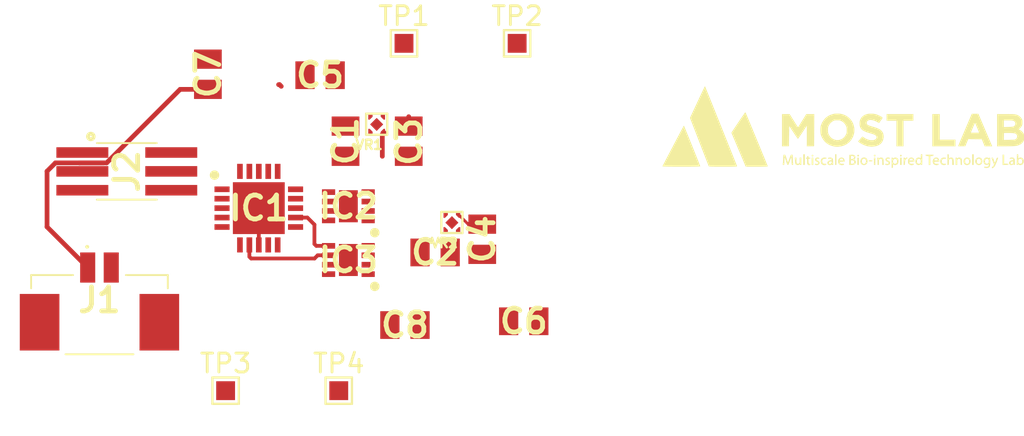
<source format=kicad_pcb>
(kicad_pcb (version 20171130) (host pcbnew "(5.1.6)-1")

  (general
    (thickness 1.6)
    (drawings 1)
    (tracks 27)
    (zones 0)
    (modules 20)
    (nets 29)
  )

  (page A4)
  (layers
    (0 F.Cu signal)
    (31 B.Cu signal hide)
    (32 B.Adhes user)
    (33 F.Adhes user)
    (34 B.Paste user)
    (35 F.Paste user)
    (36 B.SilkS user)
    (37 F.SilkS user)
    (38 B.Mask user)
    (39 F.Mask user)
    (40 Dwgs.User user)
    (41 Cmts.User user)
    (42 Eco1.User user)
    (43 Eco2.User user)
    (44 Edge.Cuts user)
    (45 Margin user)
    (46 B.CrtYd user)
    (47 F.CrtYd user)
    (48 B.Fab user)
    (49 F.Fab user)
  )

  (setup
    (last_trace_width 0.2)
    (user_trace_width 0.2)
    (user_trace_width 0.35)
    (trace_clearance 0.22)
    (zone_clearance 0.508)
    (zone_45_only no)
    (trace_min 0.2)
    (via_size 0.8)
    (via_drill 0.4)
    (via_min_size 0.4)
    (via_min_drill 0.3)
    (user_via 1 0.5)
    (uvia_size 0.3)
    (uvia_drill 0.1)
    (uvias_allowed no)
    (uvia_min_size 0.2)
    (uvia_min_drill 0.1)
    (edge_width 0.05)
    (segment_width 0.2)
    (pcb_text_width 0.3)
    (pcb_text_size 1.5 1.5)
    (mod_edge_width 0.12)
    (mod_text_size 1 1)
    (mod_text_width 0.15)
    (pad_size 1.02 1.47)
    (pad_drill 0)
    (pad_to_mask_clearance 0.05)
    (aux_axis_origin 0 0)
    (visible_elements FFFFFF7F)
    (pcbplotparams
      (layerselection 0x010fc_ffffffff)
      (usegerberextensions false)
      (usegerberattributes true)
      (usegerberadvancedattributes true)
      (creategerberjobfile true)
      (excludeedgelayer true)
      (linewidth 0.100000)
      (plotframeref false)
      (viasonmask false)
      (mode 1)
      (useauxorigin false)
      (hpglpennumber 1)
      (hpglpenspeed 20)
      (hpglpendiameter 15.000000)
      (psnegative false)
      (psa4output false)
      (plotreference true)
      (plotvalue true)
      (plotinvisibletext false)
      (padsonsilk false)
      (subtractmaskfromsilk false)
      (outputformat 1)
      (mirror false)
      (drillshape 1)
      (scaleselection 1)
      (outputdirectory ""))
  )

  (net 0 "")
  (net 1 "Net-(IC2-Pad3)")
  (net 2 "Net-(IC2-Pad2)")
  (net 3 "Net-(IC3-Pad2)")
  (net 4 "Net-(IC3-Pad3)")
  (net 5 "Net-(C3-Pad2)")
  (net 6 "Net-(C1-Pad1)")
  (net 7 "Net-(VR1-Pad3)")
  (net 8 "Net-(C1-Pad2)")
  (net 9 "Net-(VR2-Pad3)")
  (net 10 "Net-(C4-Pad2)")
  (net 11 "Net-(IC1-Pad1)")
  (net 12 "Net-(IC1-Pad2)")
  (net 13 "Net-(IC1-Pad3)")
  (net 14 "Net-(IC1-Pad4)")
  (net 15 "Net-(IC1-Pad5)")
  (net 16 "Net-(IC1-Pad6)")
  (net 17 "Net-(IC1-Pad7)")
  (net 18 "Net-(IC1-Pad9)")
  (net 19 "Net-(IC1-Pad10)")
  (net 20 "Net-(IC1-Pad11)")
  (net 21 "Net-(IC1-Pad12)")
  (net 22 "Net-(IC1-Pad13)")
  (net 23 "Net-(IC1-Pad14)")
  (net 24 "Net-(IC1-Pad15)")
  (net 25 "Net-(IC1-Pad16)")
  (net 26 "Net-(IC1-Pad17)")
  (net 27 "Net-(IC1-Pad19)")
  (net 28 "Net-(IC1-Pad20)")

  (net_class Default "This is the default net class."
    (clearance 0.22)
    (trace_width 0.25)
    (via_dia 0.8)
    (via_drill 0.4)
    (uvia_dia 0.3)
    (uvia_drill 0.1)
    (add_net "Net-(C1-Pad1)")
    (add_net "Net-(C1-Pad2)")
    (add_net "Net-(C3-Pad2)")
    (add_net "Net-(C4-Pad2)")
    (add_net "Net-(IC1-Pad1)")
    (add_net "Net-(IC1-Pad10)")
    (add_net "Net-(IC1-Pad11)")
    (add_net "Net-(IC1-Pad12)")
    (add_net "Net-(IC1-Pad13)")
    (add_net "Net-(IC1-Pad14)")
    (add_net "Net-(IC1-Pad15)")
    (add_net "Net-(IC1-Pad16)")
    (add_net "Net-(IC1-Pad17)")
    (add_net "Net-(IC1-Pad19)")
    (add_net "Net-(IC1-Pad2)")
    (add_net "Net-(IC1-Pad20)")
    (add_net "Net-(IC1-Pad3)")
    (add_net "Net-(IC1-Pad4)")
    (add_net "Net-(IC1-Pad5)")
    (add_net "Net-(IC1-Pad6)")
    (add_net "Net-(IC1-Pad7)")
    (add_net "Net-(IC1-Pad9)")
    (add_net "Net-(IC2-Pad2)")
    (add_net "Net-(IC2-Pad3)")
    (add_net "Net-(IC3-Pad2)")
    (add_net "Net-(IC3-Pad3)")
    (add_net "Net-(VR1-Pad3)")
    (add_net "Net-(VR2-Pad3)")
  )

  (module "MyLib:Horizontal Comb." (layer F.Cu) (tedit 60A4FFF7) (tstamp 60A5BB9F)
    (at 119.7 96.4)
    (fp_text reference G*** (at 0.31 -1.93) (layer F.SilkS) hide
      (effects (font (size 1.524 1.524) (thickness 0.3)))
    )
    (fp_text value LOGO (at 0.39 -4.19) (layer F.SilkS) hide
      (effects (font (size 1.524 1.524) (thickness 0.3)))
    )
    (fp_poly (pts (xy 8.594725 -0.68558) (xy 8.729659 -0.685224) (xy 8.842088 -0.684104) (xy 8.934905 -0.681926)
      (xy 9.011001 -0.678393) (xy 9.073267 -0.67321) (xy 9.124594 -0.66608) (xy 9.167875 -0.656708)
      (xy 9.206 -0.644797) (xy 9.241862 -0.630053) (xy 9.269925 -0.616495) (xy 9.349381 -0.563682)
      (xy 9.417602 -0.493895) (xy 9.463893 -0.421549) (xy 9.479009 -0.38587) (xy 9.488003 -0.348968)
      (xy 9.492277 -0.302488) (xy 9.49325 -0.246753) (xy 9.492332 -0.188163) (xy 9.48838 -0.145995)
      (xy 9.479596 -0.1113) (xy 9.464182 -0.075131) (xy 9.455116 -0.05699) (xy 9.400883 0.02288)
      (xy 9.351186 0.07121) (xy 9.28539 0.124846) (xy 9.35122 0.157218) (xy 9.43308 0.205442)
      (xy 9.495149 0.261383) (xy 9.542884 0.329988) (xy 9.54401 0.332034) (xy 9.562435 0.369005)
      (xy 9.574184 0.403661) (xy 9.581124 0.444382) (xy 9.585122 0.499545) (xy 9.586049 0.5207)
      (xy 9.587411 0.584894) (xy 9.584802 0.632599) (xy 9.57723 0.672552) (xy 9.564363 0.71174)
      (xy 9.51907 0.796695) (xy 9.452125 0.868509) (xy 9.363477 0.927224) (xy 9.253073 0.972881)
      (xy 9.2329 0.979121) (xy 9.207307 0.986343) (xy 9.182095 0.992271) (xy 9.154415 0.997069)
      (xy 9.121419 1.000901) (xy 9.080256 1.003929) (xy 9.028078 1.006317) (xy 8.962036 1.008229)
      (xy 8.879281 1.009828) (xy 8.776964 1.011277) (xy 8.652235 1.01274) (xy 8.645525 1.012815)
      (xy 8.1534 1.018279) (xy 8.1534 0.687552) (xy 8.50831 0.687552) (xy 8.79123 0.683501)
      (xy 8.88549 0.681931) (xy 8.958021 0.680056) (xy 9.012491 0.677562) (xy 9.052572 0.674136)
      (xy 9.081932 0.669462) (xy 9.104243 0.663227) (xy 9.123174 0.655116) (xy 9.123274 0.655066)
      (xy 9.176407 0.616162) (xy 9.208777 0.562697) (xy 9.220138 0.495083) (xy 9.220152 0.492566)
      (xy 9.216234 0.447736) (xy 9.200816 0.413126) (xy 9.181465 0.388567) (xy 9.158772 0.365105)
      (xy 9.134613 0.346945) (xy 9.105486 0.333415) (xy 9.067893 0.323839) (xy 9.018333 0.317543)
      (xy 8.953307 0.313853) (xy 8.869314 0.312095) (xy 8.78205 0.311619) (xy 8.51535 0.31115)
      (xy 8.50831 0.687552) (xy 8.1534 0.687552) (xy 8.1534 0.001979) (xy 8.509 0.001979)
      (xy 8.747125 -0.002186) (xy 8.83272 -0.003951) (xy 8.897098 -0.006125) (xy 8.94444 -0.009148)
      (xy 8.978928 -0.013462) (xy 9.004746 -0.019507) (xy 9.026074 -0.027724) (xy 9.03605 -0.032622)
      (xy 9.086668 -0.071158) (xy 9.118364 -0.121569) (xy 9.129622 -0.178482) (xy 9.118927 -0.236529)
      (xy 9.102471 -0.267997) (xy 9.081492 -0.296247) (xy 9.058766 -0.317733) (xy 9.03061 -0.333363)
      (xy 8.993338 -0.344045) (xy 8.943267 -0.350688) (xy 8.876713 -0.354198) (xy 8.789993 -0.355485)
      (xy 8.747125 -0.355581) (xy 8.509 -0.3556) (xy 8.509 0.001979) (xy 8.1534 0.001979)
      (xy 8.1534 -0.6858) (xy 8.594725 -0.68558)) (layer F.SilkS) (width 0.01))
    (fp_poly (pts (xy 7.505609 0.117475) (xy 7.563885 0.254579) (xy 7.61958 0.385626) (xy 7.671842 0.508612)
      (xy 7.719823 0.621537) (xy 7.76267 0.722401) (xy 7.799536 0.809201) (xy 7.829569 0.879938)
      (xy 7.851919 0.932609) (xy 7.865737 0.965214) (xy 7.869752 0.974725) (xy 7.88704 1.016)
      (xy 7.497921 1.016) (xy 7.345019 0.64135) (xy 6.982668 0.637983) (xy 6.620318 0.634616)
      (xy 6.543556 0.822133) (xy 6.466795 1.00965) (xy 6.279825 1.013173) (xy 6.207528 1.014427)
      (xy 6.156953 1.014689) (xy 6.124424 1.013479) (xy 6.106269 1.010315) (xy 6.098813 1.004718)
      (xy 6.098381 0.996207) (xy 6.099927 0.989651) (xy 6.105969 0.97372) (xy 6.121161 0.936361)
      (xy 6.14469 0.879511) (xy 6.175742 0.805105) (xy 6.213504 0.71508) (xy 6.257162 0.611371)
      (xy 6.305904 0.495917) (xy 6.358916 0.370652) (xy 6.393578 0.288925) (xy 6.759916 0.288925)
      (xy 6.763095 0.29485) (xy 6.779738 0.299198) (xy 6.812519 0.302164) (xy 6.864113 0.30394)
      (xy 6.937192 0.304721) (xy 6.978772 0.3048) (xy 7.059428 0.304633) (xy 7.118025 0.303907)
      (xy 7.157902 0.302282) (xy 7.182398 0.299421) (xy 7.194854 0.294983) (xy 7.198608 0.28863)
      (xy 7.197769 0.282575) (xy 7.190552 0.261963) (xy 7.175662 0.223374) (xy 7.154851 0.171057)
      (xy 7.12987 0.109257) (xy 7.102469 0.042222) (xy 7.0744 -0.0258) (xy 7.047413 -0.090562)
      (xy 7.02326 -0.147817) (xy 7.00369 -0.193318) (xy 6.990455 -0.222818) (xy 6.985648 -0.231995)
      (xy 6.978874 -0.223286) (xy 6.96403 -0.194148) (xy 6.942484 -0.147735) (xy 6.915602 -0.087201)
      (xy 6.88475 -0.0157) (xy 6.851296 0.063615) (xy 6.816606 0.14759) (xy 6.782046 0.233071)
      (xy 6.759916 0.288925) (xy 6.393578 0.288925) (xy 6.415384 0.237512) (xy 6.460195 0.132053)
      (xy 6.81339 -0.6985) (xy 6.986072 -0.698501) (xy 7.158754 -0.698501) (xy 7.505609 0.117475)) (layer F.SilkS) (width 0.01))
    (fp_poly (pts (xy 5.1054 0.6731) (xy 5.9436 0.6731) (xy 5.9436 1.016) (xy 4.7244 1.016)
      (xy 4.7244 -0.6858) (xy 5.1054 -0.6858) (xy 5.1054 0.6731)) (layer F.SilkS) (width 0.01))
    (fp_poly (pts (xy 3.7084 -0.3429) (xy 3.1877 -0.3429) (xy 3.1877 1.016) (xy 2.8194 1.016)
      (xy 2.8194 -0.3429) (xy 2.2987 -0.3429) (xy 2.2987 -0.6858) (xy 3.7084 -0.6858)
      (xy 3.7084 -0.3429)) (layer F.SilkS) (width 0.01))
    (fp_poly (pts (xy -1.55575 1.00965) (xy -1.743075 1.013164) (xy -1.9304 1.016679) (xy -1.9304 -0.091769)
      (xy -2.163191 0.26137) (xy -2.219134 0.345827) (xy -2.270952 0.423279) (xy -2.316929 0.491218)
      (xy -2.355347 0.547139) (xy -2.384489 0.588534) (xy -2.402636 0.612897) (xy -2.407844 0.618464)
      (xy -2.417407 0.609197) (xy -2.439059 0.581071) (xy -2.471078 0.536549) (xy -2.511745 0.478091)
      (xy -2.55934 0.408157) (xy -2.612142 0.329209) (xy -2.648128 0.274701) (xy -2.87655 -0.073016)
      (xy -2.88925 1.00965) (xy -3.070225 1.013173) (xy -3.2512 1.016697) (xy -3.2512 -0.6858)
      (xy -3.051175 -0.685736) (xy -2.85115 -0.685671) (xy -2.629457 -0.329142) (xy -2.568769 -0.231779)
      (xy -2.519912 -0.154115) (xy -2.481473 -0.094176) (xy -2.452037 -0.049987) (xy -2.43019 -0.019575)
      (xy -2.414517 -0.000966) (xy -2.403606 0.007815) (xy -2.39604 0.008741) (xy -2.390683 0.004168)
      (xy -2.379914 -0.012157) (xy -2.357611 -0.047252) (xy -2.32556 -0.098259) (xy -2.285549 -0.162322)
      (xy -2.239365 -0.236583) (xy -2.188793 -0.318186) (xy -2.167876 -0.352018) (xy -1.96215 -0.684985)
      (xy -1.755685 -0.685393) (xy -1.54922 -0.6858) (xy -1.55575 1.00965)) (layer F.SilkS) (width 0.01))
    (fp_poly (pts (xy 1.591773 -0.700088) (xy 1.681042 -0.687158) (xy 1.70815 -0.680924) (xy 1.77485 -0.660115)
      (xy 1.847634 -0.631542) (xy 1.919352 -0.598559) (xy 1.982858 -0.564525) (xy 2.031002 -0.532794)
      (xy 2.040819 -0.524724) (xy 2.081389 -0.48895) (xy 1.985802 -0.352328) (xy 1.890214 -0.215705)
      (xy 1.837282 -0.248559) (xy 1.735098 -0.304633) (xy 1.634919 -0.345715) (xy 1.539574 -0.371471)
      (xy 1.451893 -0.381565) (xy 1.374706 -0.375665) (xy 1.310842 -0.353436) (xy 1.264466 -0.316155)
      (xy 1.239108 -0.268779) (xy 1.231728 -0.214259) (xy 1.243086 -0.162459) (xy 1.251409 -0.147132)
      (xy 1.281667 -0.119011) (xy 1.33625 -0.089167) (xy 1.414177 -0.058025) (xy 1.514465 -0.026013)
      (xy 1.559807 -0.01328) (xy 1.690138 0.024989) (xy 1.797904 0.063364) (xy 1.885903 0.10334)
      (xy 1.956934 0.146414) (xy 2.013793 0.194082) (xy 2.059278 0.247839) (xy 2.065828 0.257315)
      (xy 2.107562 0.341127) (xy 2.129672 0.435139) (xy 2.132947 0.534433) (xy 2.118174 0.634093)
      (xy 2.086143 0.729202) (xy 2.037642 0.814844) (xy 1.973459 0.886102) (xy 1.963683 0.894313)
      (xy 1.86882 0.955526) (xy 1.757458 0.999993) (xy 1.632805 1.026987) (xy 1.498074 1.035783)
      (xy 1.373166 1.027825) (xy 1.245411 1.002523) (xy 1.113982 0.959073) (xy 0.987329 0.900987)
      (xy 0.873902 0.831776) (xy 0.839521 0.806073) (xy 0.788392 0.765613) (xy 0.896293 0.636806)
      (xy 0.936748 0.589141) (xy 0.971442 0.549446) (xy 0.997136 0.521339) (xy 1.010593 0.508438)
      (xy 1.01157 0.508) (xy 1.024978 0.514939) (xy 1.05215 0.53292) (xy 1.079215 0.552241)
      (xy 1.165744 0.607585) (xy 1.255695 0.650503) (xy 1.346283 0.681061) (xy 1.434723 0.699326)
      (xy 1.518229 0.705365) (xy 1.594017 0.699245) (xy 1.6593 0.681033) (xy 1.711295 0.650796)
      (xy 1.747215 0.608601) (xy 1.764275 0.554514) (xy 1.7653 0.535743) (xy 1.757383 0.493609)
      (xy 1.732344 0.456251) (xy 1.688244 0.422277) (xy 1.62315 0.390292) (xy 1.535123 0.358902)
      (xy 1.508125 0.350632) (xy 1.439379 0.330133) (xy 1.362038 0.307068) (xy 1.291809 0.286121)
      (xy 1.285977 0.284381) (xy 1.162644 0.241338) (xy 1.062774 0.191961) (xy 0.984859 0.134561)
      (xy 0.92739 0.067448) (xy 0.888857 -0.011068) (xy 0.867753 -0.102677) (xy 0.862392 -0.190033)
      (xy 0.873335 -0.306832) (xy 0.906091 -0.41093) (xy 0.959965 -0.501392) (xy 1.034263 -0.577287)
      (xy 1.128287 -0.637682) (xy 1.225286 -0.676794) (xy 1.30147 -0.693725) (xy 1.393562 -0.703299)
      (xy 1.493138 -0.705444) (xy 1.591773 -0.700088)) (layer F.SilkS) (width 0.01))
    (fp_poly (pts (xy -0.203795 -0.705145) (xy -0.090022 -0.687795) (xy -0.01905 -0.668924) (xy 0.119085 -0.61099)
      (xy 0.24202 -0.533569) (xy 0.348319 -0.438523) (xy 0.436548 -0.327712) (xy 0.505271 -0.202995)
      (xy 0.553053 -0.066234) (xy 0.578459 0.08071) (xy 0.580564 0.108396) (xy 0.578862 0.243579)
      (xy 0.555907 0.37423) (xy 0.510566 0.50579) (xy 0.48698 0.557675) (xy 0.414927 0.678245)
      (xy 0.322929 0.785385) (xy 0.214081 0.876361) (xy 0.091477 0.948436) (xy 0.004249 0.984419)
      (xy -0.141495 1.022858) (xy -0.290861 1.03933) (xy -0.438091 1.033409) (xy -0.508 1.022145)
      (xy -0.658398 0.979823) (xy -0.792872 0.917751) (xy -0.91102 0.836285) (xy -1.012442 0.735782)
      (xy -1.096736 0.616595) (xy -1.1635 0.479081) (xy -1.183436 0.424353) (xy -1.196055 0.382846)
      (xy -1.20454 0.343022) (xy -1.209658 0.298138) (xy -1.212173 0.24145) (xy -1.21285 0.166215)
      (xy -1.21285 0.1651) (xy -1.212795 0.15875) (xy -0.81915 0.15875) (xy -0.818764 0.224711)
      (xy -0.816827 0.272153) (xy -0.812174 0.30795) (xy -0.803642 0.33898) (xy -0.790064 0.372119)
      (xy -0.778961 0.395981) (xy -0.718875 0.496552) (xy -0.643446 0.57692) (xy -0.560507 0.633065)
      (xy -0.455986 0.677113) (xy -0.352131 0.696531) (xy -0.24546 0.69175) (xy -0.18567 0.679312)
      (xy -0.081623 0.639866) (xy 0.00802 0.579513) (xy 0.083182 0.498318) (xy 0.143786 0.396348)
      (xy 0.14396 0.395981) (xy 0.161502 0.357335) (xy 0.173033 0.325102) (xy 0.179806 0.292085)
      (xy 0.183075 0.251087) (xy 0.184092 0.194908) (xy 0.18415 0.1651) (xy 0.183708 0.100447)
      (xy 0.181542 0.053982) (xy 0.176393 0.018495) (xy 0.167001 -0.013222) (xy 0.152106 -0.048378)
      (xy 0.1437 -0.066337) (xy 0.083495 -0.166497) (xy 0.006772 -0.249421) (xy -0.084004 -0.312535)
      (xy -0.1 -0.320786) (xy -0.138724 -0.339061) (xy -0.170768 -0.350945) (xy -0.203561 -0.357804)
      (xy -0.244529 -0.361006) (xy -0.301101 -0.361919) (xy -0.323583 -0.36195) (xy -0.387285 -0.361413)
      (xy -0.432863 -0.358965) (xy -0.467585 -0.353355) (xy -0.498717 -0.343328) (xy -0.533528 -0.327632)
      (xy -0.539474 -0.324732) (xy -0.630145 -0.266707) (xy -0.708426 -0.189268) (xy -0.769662 -0.097192)
      (xy -0.778598 -0.079258) (xy -0.795923 -0.041249) (xy -0.807455 -0.009658) (xy -0.814368 0.022406)
      (xy -0.817836 0.061835) (xy -0.819034 0.115518) (xy -0.81915 0.15875) (xy -1.212795 0.15875)
      (xy -1.212192 0.089582) (xy -1.209705 0.032699) (xy -1.204626 -0.012294) (xy -1.196188 -0.05214)
      (xy -1.183627 -0.093583) (xy -1.183436 -0.094154) (xy -1.123031 -0.23833) (xy -1.044586 -0.364719)
      (xy -0.948563 -0.472892) (xy -0.835427 -0.562416) (xy -0.705641 -0.632859) (xy -0.559668 -0.683792)
      (xy -0.546024 -0.687335) (xy -0.441356 -0.705249) (xy -0.324093 -0.711075) (xy -0.203795 -0.705145)) (layer F.SilkS) (width 0.01))
    (fp_poly (pts (xy 3.072251 1.481337) (xy 3.088534 1.501866) (xy 3.088112 1.528211) (xy 3.078817 1.542168)
      (xy 3.05674 1.559445) (xy 3.037056 1.557913) (xy 3.024663 1.550944) (xy 3.011291 1.530116)
      (xy 3.013863 1.503291) (xy 3.029534 1.481565) (xy 3.043965 1.475604) (xy 3.072251 1.481337)) (layer F.SilkS) (width 0.01))
    (fp_poly (pts (xy 1.690755 1.48531) (xy 1.701327 1.507875) (xy 1.695678 1.535016) (xy 1.68656 1.54686)
      (xy 1.666313 1.560678) (xy 1.646662 1.554426) (xy 1.63229 1.541575) (xy 1.616836 1.515634)
      (xy 1.626439 1.492509) (xy 1.640504 1.481611) (xy 1.668852 1.474247) (xy 1.690755 1.48531)) (layer F.SilkS) (width 0.01))
    (fp_poly (pts (xy 0.814455 1.48531) (xy 0.825027 1.507875) (xy 0.819378 1.535016) (xy 0.81026 1.54686)
      (xy 0.790013 1.560678) (xy 0.770362 1.554426) (xy 0.75599 1.541575) (xy 0.740536 1.515634)
      (xy 0.750139 1.492509) (xy 0.764204 1.481611) (xy 0.792552 1.474247) (xy 0.814455 1.48531)) (layer F.SilkS) (width 0.01))
    (fp_poly (pts (xy -1.614049 1.481337) (xy -1.597766 1.501866) (xy -1.598188 1.528211) (xy -1.607483 1.542168)
      (xy -1.62956 1.559445) (xy -1.649244 1.557913) (xy -1.661637 1.550944) (xy -1.675009 1.530116)
      (xy -1.672437 1.503291) (xy -1.656766 1.481565) (xy -1.642335 1.475604) (xy -1.614049 1.481337)) (layer F.SilkS) (width 0.01))
    (fp_poly (pts (xy 1.49015 1.765899) (xy 1.518724 1.768635) (xy 1.532436 1.77491) (xy 1.53655 1.786127)
      (xy 1.5367 1.7907) (xy 1.53445 1.803686) (xy 1.524192 1.811306) (xy 1.500661 1.814963)
      (xy 1.458595 1.81606) (xy 1.44145 1.8161) (xy 1.392749 1.8155) (xy 1.364175 1.812764)
      (xy 1.350463 1.806489) (xy 1.346349 1.795272) (xy 1.3462 1.7907) (xy 1.348449 1.777713)
      (xy 1.358707 1.770093) (xy 1.382238 1.766436) (xy 1.424304 1.765339) (xy 1.44145 1.7653)
      (xy 1.49015 1.765899)) (layer F.SilkS) (width 0.01))
    (fp_poly (pts (xy 8.5217 1.942111) (xy 8.632825 1.94578) (xy 8.686268 1.947985) (xy 8.719436 1.951242)
      (xy 8.737449 1.956986) (xy 8.745428 1.96665) (xy 8.748008 1.978025) (xy 8.748876 1.990034)
      (xy 8.744697 1.998096) (xy 8.731362 2.002997) (xy 8.704767 2.005524) (xy 8.660803 2.006462)
      (xy 8.598783 2.0066) (xy 8.4455 2.0066) (xy 8.4455 1.4732) (xy 8.5217 1.4732)
      (xy 8.5217 1.942111)) (layer F.SilkS) (width 0.01))
    (fp_poly (pts (xy 6.9088 2.0066) (xy 6.8326 2.0066) (xy 6.8326 1.4478) (xy 6.9088 1.4478)
      (xy 6.9088 2.0066)) (layer F.SilkS) (width 0.01))
    (fp_poly (pts (xy 6.217331 1.633986) (xy 6.244936 1.654427) (xy 6.259612 1.670164) (xy 6.269669 1.686156)
      (xy 6.276149 1.70752) (xy 6.280094 1.739374) (xy 6.282545 1.786835) (xy 6.28436 1.848102)
      (xy 6.288571 2.0066) (xy 6.256909 2.0066) (xy 6.243011 2.005814) (xy 6.233764 2.000499)
      (xy 6.228016 1.986215) (xy 6.224613 1.958522) (xy 6.222402 1.912983) (xy 6.220948 1.868196)
      (xy 6.218224 1.803778) (xy 6.214188 1.759548) (xy 6.207943 1.730295) (xy 6.198587 1.71081)
      (xy 6.192456 1.703096) (xy 6.156247 1.679922) (xy 6.114094 1.67713) (xy 6.074608 1.694282)
      (xy 6.058821 1.709862) (xy 6.046651 1.728559) (xy 6.038872 1.751234) (xy 6.034551 1.783739)
      (xy 6.032755 1.831927) (xy 6.0325 1.874962) (xy 6.0325 2.0066) (xy 5.9563 2.0066)
      (xy 5.9563 1.6256) (xy 5.98805 1.6256) (xy 6.012879 1.631488) (xy 6.0198 1.65138)
      (xy 6.021022 1.66718) (xy 6.028657 1.66881) (xy 6.048657 1.655785) (xy 6.058964 1.648205)
      (xy 6.110713 1.623289) (xy 6.165981 1.618633) (xy 6.217331 1.633986)) (layer F.SilkS) (width 0.01))
    (fp_poly (pts (xy 5.571231 1.448699) (xy 5.580556 1.454642) (xy 5.585564 1.470496) (xy 5.587597 1.501132)
      (xy 5.587997 1.551416) (xy 5.588 1.563021) (xy 5.588 1.678243) (xy 5.620346 1.652799)
      (xy 5.672367 1.624587) (xy 5.72566 1.617381) (xy 5.774704 1.630415) (xy 5.81398 1.662922)
      (xy 5.825802 1.681363) (xy 5.837693 1.71705) (xy 5.846232 1.773408) (xy 5.851731 1.8526)
      (xy 5.852201 1.863725) (xy 5.857896 2.0066) (xy 5.7785 2.0066) (xy 5.7785 1.869725)
      (xy 5.776894 1.794383) (xy 5.771116 1.740883) (xy 5.759721 1.705815) (xy 5.741264 1.685768)
      (xy 5.714302 1.677331) (xy 5.696636 1.6764) (xy 5.657096 1.683809) (xy 5.624331 1.700653)
      (xy 5.611091 1.713225) (xy 5.602187 1.728909) (xy 5.596534 1.752927) (xy 5.59305 1.790504)
      (xy 5.590648 1.846861) (xy 5.590051 1.865753) (xy 5.587988 1.927037) (xy 5.585543 1.96733)
      (xy 5.581625 1.991034) (xy 5.575143 2.002548) (xy 5.565005 2.006272) (xy 5.555126 2.0066)
      (xy 5.5245 2.0066) (xy 5.5245 1.4478) (xy 5.55625 1.4478) (xy 5.571231 1.448699)) (layer F.SilkS) (width 0.01))
    (fp_poly (pts (xy 4.772908 1.501775) (xy 4.768073 1.517635) (xy 4.755191 1.526807) (xy 4.728175 1.53165)
      (xy 4.689475 1.534131) (xy 4.6101 1.537912) (xy 4.6101 2.0066) (xy 4.5339 2.0066)
      (xy 4.5339 1.537912) (xy 4.454525 1.534131) (xy 4.410679 1.531112) (xy 4.386148 1.525775)
      (xy 4.374846 1.515759) (xy 4.371091 1.501775) (xy 4.367033 1.4732) (xy 4.776966 1.4732)
      (xy 4.772908 1.501775)) (layer F.SilkS) (width 0.01))
    (fp_poly (pts (xy 3.384766 1.621139) (xy 3.3909 1.643062) (xy 3.384481 1.666797) (xy 3.36083 1.679057)
      (xy 3.353376 1.680729) (xy 3.319972 1.693485) (xy 3.29593 1.718575) (xy 3.279779 1.759377)
      (xy 3.27005 1.81927) (xy 3.265964 1.881657) (xy 3.2634 1.938741) (xy 3.260374 1.975105)
      (xy 3.255567 1.995417) (xy 3.247662 2.004344) (xy 3.235339 2.00655) (xy 3.230672 2.0066)
      (xy 3.2004 2.0066) (xy 3.2004 1.6256) (xy 3.23215 1.6256) (xy 3.25639 1.630916)
      (xy 3.263797 1.651495) (xy 3.2639 1.656373) (xy 3.2639 1.687146) (xy 3.301023 1.650023)
      (xy 3.335712 1.622717) (xy 3.365023 1.612981) (xy 3.384766 1.621139)) (layer F.SilkS) (width 0.01))
    (fp_poly (pts (xy 3.0861 2.0066) (xy 3.0099 2.0066) (xy 3.0099 1.6256) (xy 3.0861 1.6256)
      (xy 3.0861 2.0066)) (layer F.SilkS) (width 0.01))
    (fp_poly (pts (xy 2.064431 1.633986) (xy 2.092036 1.654427) (xy 2.106712 1.670164) (xy 2.116769 1.686156)
      (xy 2.123249 1.70752) (xy 2.127194 1.739374) (xy 2.129645 1.786835) (xy 2.13146 1.848102)
      (xy 2.135671 2.0066) (xy 2.0701 2.0066) (xy 2.0701 1.878765) (xy 2.068136 1.80135)
      (xy 2.061191 1.74583) (xy 2.047684 1.708927) (xy 2.026034 1.687364) (xy 1.994663 1.677865)
      (xy 1.972596 1.676594) (xy 1.932425 1.685929) (xy 1.905921 1.709862) (xy 1.893751 1.728559)
      (xy 1.885972 1.751234) (xy 1.881651 1.783739) (xy 1.879855 1.831927) (xy 1.8796 1.874962)
      (xy 1.8796 2.0066) (xy 1.8161 2.0066) (xy 1.81596 1.863725) (xy 1.815199 1.800602)
      (xy 1.813251 1.742017) (xy 1.810437 1.695555) (xy 1.807948 1.673225) (xy 1.804226 1.642223)
      (xy 1.809622 1.628791) (xy 1.828045 1.625638) (xy 1.833488 1.6256) (xy 1.859136 1.630872)
      (xy 1.866877 1.649687) (xy 1.8669 1.65138) (xy 1.868122 1.66718) (xy 1.875757 1.66881)
      (xy 1.895757 1.655785) (xy 1.906064 1.648205) (xy 1.957813 1.623289) (xy 2.013081 1.618633)
      (xy 2.064431 1.633986)) (layer F.SilkS) (width 0.01))
    (fp_poly (pts (xy 1.6891 2.0066) (xy 1.6256 2.0066) (xy 1.6256 1.6256) (xy 1.6891 1.6256)
      (xy 1.6891 2.0066)) (layer F.SilkS) (width 0.01))
    (fp_poly (pts (xy 0.8128 2.0066) (xy 0.7493 2.0066) (xy 0.7493 1.6256) (xy 0.8128 1.6256)
      (xy 0.8128 2.0066)) (layer F.SilkS) (width 0.01))
    (fp_poly (pts (xy 0.502727 1.476236) (xy 0.528678 1.479083) (xy 0.580348 1.499289) (xy 0.616088 1.534298)
      (xy 0.63406 1.578623) (xy 0.632425 1.626778) (xy 0.609345 1.673275) (xy 0.598007 1.686038)
      (xy 0.561014 1.723031) (xy 0.597078 1.744335) (xy 0.632835 1.778887) (xy 0.65238 1.825852)
      (xy 0.654916 1.87746) (xy 0.639647 1.925937) (xy 0.618466 1.953359) (xy 0.582962 1.979528)
      (xy 0.539755 1.996054) (xy 0.482846 2.004532) (xy 0.418015 2.0066) (xy 0.316984 2.0066)
      (xy 0.320292 1.7526) (xy 0.3937 1.7526) (xy 0.3937 1.9558) (xy 0.457777 1.9558)
      (xy 0.502471 1.95275) (xy 0.532828 1.941294) (xy 0.553027 1.924627) (xy 0.57939 1.881739)
      (xy 0.582407 1.832135) (xy 0.57631 1.810318) (xy 0.554631 1.784938) (xy 0.515505 1.764944)
      (xy 0.466815 1.753804) (xy 0.44513 1.7526) (xy 0.3937 1.7526) (xy 0.320292 1.7526)
      (xy 0.32327 1.524) (xy 0.3937 1.524) (xy 0.3937 1.7018) (xy 0.43878 1.7018)
      (xy 0.481352 1.6963) (xy 0.519791 1.683219) (xy 0.556432 1.654375) (xy 0.571445 1.620554)
      (xy 0.566794 1.586183) (xy 0.544446 1.555694) (xy 0.506366 1.533514) (xy 0.454519 1.524073)
      (xy 0.449137 1.524) (xy 0.3937 1.524) (xy 0.32327 1.524) (xy 0.32385 1.47955)
      (xy 0.4064 1.475623) (xy 0.456717 1.474675) (xy 0.502727 1.476236)) (layer F.SilkS) (width 0.01))
    (fp_poly (pts (xy -0.3683 2.0066) (xy -0.4318 2.0066) (xy -0.4318 1.4478) (xy -0.3683 1.4478)
      (xy -0.3683 2.0066)) (layer F.SilkS) (width 0.01))
    (fp_poly (pts (xy -1.6002 2.0066) (xy -1.6764 2.0066) (xy -1.6764 1.6256) (xy -1.6002 1.6256)
      (xy -1.6002 2.0066)) (layer F.SilkS) (width 0.01))
    (fp_poly (pts (xy -2.0447 2.0066) (xy -2.1209 2.0066) (xy -2.1209 1.4478) (xy -2.0447 1.4478)
      (xy -2.0447 2.0066)) (layer F.SilkS) (width 0.01))
    (fp_poly (pts (xy -2.681657 1.717675) (xy -2.675925 1.810631) (xy -2.671708 1.881269) (xy -2.669167 1.932634)
      (xy -2.668463 1.96777) (xy -2.669758 1.989723) (xy -2.673211 2.001538) (xy -2.678985 2.006261)
      (xy -2.68724 2.006936) (xy -2.696941 2.0066) (xy -2.713685 2.004289) (xy -2.72382 1.993487)
      (xy -2.73018 1.96839) (xy -2.735041 1.928537) (xy -2.739685 1.872268) (xy -2.742641 1.813715)
      (xy -2.7432 1.784349) (xy -2.744657 1.733153) (xy -2.74839 1.673455) (xy -2.751516 1.638667)
      (xy -2.759832 1.559108) (xy -2.826282 1.747929) (xy -2.856214 1.832858) (xy -2.879055 1.896808)
      (xy -2.896159 1.942755) (xy -2.90888 1.973675) (xy -2.918573 1.992543) (xy -2.926592 2.002336)
      (xy -2.934291 2.00603) (xy -2.943024 2.0066) (xy -2.944 2.0066) (xy -2.953845 2.002636)
      (xy -2.964737 1.988802) (xy -2.977954 1.96218) (xy -2.994774 1.919853) (xy -3.016475 1.858903)
      (xy -3.042739 1.781205) (xy -3.11785 1.55581) (xy -3.12576 1.69548) (xy -3.129313 1.76381)
      (xy -3.132403 1.833354) (xy -3.134594 1.893833) (xy -3.135285 1.920875) (xy -3.136549 1.966262)
      (xy -3.139863 1.991898) (xy -3.147738 2.003423) (xy -3.162686 2.006482) (xy -3.17344 2.0066)
      (xy -3.196167 2.004956) (xy -3.205864 1.995339) (xy -3.206669 1.970717) (xy -3.205211 1.952625)
      (xy -3.201083 1.902794) (xy -3.196318 1.840367) (xy -3.191285 1.77079) (xy -3.186352 1.699506)
      (xy -3.181888 1.631961) (xy -3.178263 1.5736) (xy -3.175844 1.529867) (xy -3.175 1.50664)
      (xy -3.172778 1.483885) (xy -3.161161 1.475032) (xy -3.132725 1.475205) (xy -3.127742 1.475608)
      (xy -3.080483 1.47955) (xy -2.937031 1.904558) (xy -2.870209 1.711104) (xy -2.842172 1.630055)
      (xy -2.820828 1.56987) (xy -2.804461 1.527448) (xy -2.791353 1.499687) (xy -2.779788 1.483483)
      (xy -2.768046 1.475735) (xy -2.754413 1.473341) (xy -2.738515 1.4732) (xy -2.696623 1.4732)
      (xy -2.681657 1.717675)) (layer F.SilkS) (width 0.01))
    (fp_poly (pts (xy 9.254165 1.448684) (xy 9.263478 1.454563) (xy 9.268508 1.470279) (xy 9.270574 1.500674)
      (xy 9.270996 1.550588) (xy 9.271 1.564313) (xy 9.271 1.680827) (xy 9.301501 1.652172)
      (xy 9.347133 1.625432) (xy 9.402331 1.616934) (xy 9.458073 1.627608) (xy 9.473122 1.634459)
      (xy 9.517562 1.671192) (xy 9.547167 1.722798) (xy 9.561709 1.78337) (xy 9.56096 1.847001)
      (xy 9.544692 1.907785) (xy 9.512678 1.959815) (xy 9.486602 1.983803) (xy 9.439963 2.00596)
      (xy 9.386163 2.014226) (xy 9.337538 2.006821) (xy 9.334761 2.005717) (xy 9.301217 1.987462)
      (xy 9.280786 1.972213) (xy 9.264017 1.959269) (xy 9.258689 1.966372) (xy 9.2583 1.979231)
      (xy 9.25213 2.000046) (xy 9.229287 2.006531) (xy 9.224888 2.0066) (xy 9.203469 2.004601)
      (xy 9.19584 1.993745) (xy 9.198091 1.966741) (xy 9.199348 1.958975) (xy 9.20191 1.930927)
      (xy 9.204139 1.882626) (xy 9.205888 1.819218) (xy 9.205935 1.8161) (xy 9.271 1.8161)
      (xy 9.272712 1.862801) (xy 9.279554 1.893139) (xy 9.294084 1.916017) (xy 9.302172 1.924627)
      (xy 9.343741 1.949727) (xy 9.392731 1.95518) (xy 9.439556 1.940206) (xy 9.445609 1.936285)
      (xy 9.469619 1.907075) (xy 9.48729 1.862914) (xy 9.495556 1.814038) (xy 9.493147 1.777533)
      (xy 9.471613 1.723225) (xy 9.435995 1.689132) (xy 9.387593 1.676454) (xy 9.3838 1.6764)
      (xy 9.332098 1.68473) (xy 9.296834 1.71067) (xy 9.276859 1.755639) (xy 9.271 1.8161)
      (xy 9.205935 1.8161) (xy 9.20701 1.74585) (xy 9.20736 1.679575) (xy 9.2075 1.4478)
      (xy 9.23925 1.4478) (xy 9.254165 1.448684)) (layer F.SilkS) (width 0.01))
    (fp_poly (pts (xy 9.001031 1.627081) (xy 9.039169 1.645086) (xy 9.062442 1.670874) (xy 9.078727 1.712316)
      (xy 9.088662 1.772216) (xy 9.092881 1.853381) (xy 9.093129 1.882775) (xy 9.092955 1.939543)
      (xy 9.091556 1.975608) (xy 9.087729 1.995666) (xy 9.080272 2.004413) (xy 9.067985 2.006546)
      (xy 9.06145 2.0066) (xy 9.035914 1.999975) (xy 9.0297 1.98755) (xy 9.024281 1.970339)
      (xy 9.007277 1.974806) (xy 8.9926 1.986475) (xy 8.959636 2.003555) (xy 8.915103 2.012564)
      (xy 8.872089 2.011517) (xy 8.856433 2.00712) (xy 8.828245 1.987917) (xy 8.808808 1.966586)
      (xy 8.790274 1.921711) (xy 8.792158 1.898739) (xy 8.8646 1.898739) (xy 8.87373 1.939445)
      (xy 8.898047 1.962554) (xy 8.93294 1.966384) (xy 8.973797 1.949248) (xy 8.983537 1.942178)
      (xy 9.007636 1.915781) (xy 9.016515 1.881261) (xy 9.017 1.865978) (xy 9.015652 1.833849)
      (xy 9.006867 1.819721) (xy 8.983529 1.816197) (xy 8.969025 1.8161) (xy 8.915284 1.82435)
      (xy 8.880291 1.848516) (xy 8.865155 1.887719) (xy 8.8646 1.898739) (xy 8.792158 1.898739)
      (xy 8.793957 1.876823) (xy 8.816912 1.835343) (xy 8.85619 1.800695) (xy 8.908843 1.776301)
      (xy 8.971924 1.765586) (xy 8.982075 1.76537) (xy 9.007837 1.761086) (xy 9.016562 1.743801)
      (xy 9.017 1.733842) (xy 9.00619 1.69944) (xy 8.97688 1.676842) (xy 8.933744 1.66746)
      (xy 8.881457 1.672705) (xy 8.848725 1.683028) (xy 8.831184 1.684155) (xy 8.8265 1.665548)
      (xy 8.837725 1.642549) (xy 8.867157 1.62659) (xy 8.90843 1.618284) (xy 8.955177 1.618244)
      (xy 9.001031 1.627081)) (layer F.SilkS) (width 0.01))
    (fp_poly (pts (xy 7.258212 1.631094) (xy 7.271713 1.636967) (xy 7.320084 1.670803) (xy 7.350907 1.721133)
      (xy 7.364924 1.789395) (xy 7.366 1.819316) (xy 7.355569 1.888842) (xy 7.326813 1.945464)
      (xy 7.283532 1.986718) (xy 7.229528 2.010144) (xy 7.168604 2.013277) (xy 7.10456 1.993655)
      (xy 7.100239 1.99146) (xy 7.045812 1.950237) (xy 7.011534 1.895745) (xy 6.998351 1.831339)
      (xy 7.000771 1.811948) (xy 7.074182 1.811948) (xy 7.079988 1.872711) (xy 7.098783 1.91606)
      (xy 7.133449 1.947882) (xy 7.14375 1.954066) (xy 7.180304 1.962276) (xy 7.222037 1.95494)
      (xy 7.249291 1.939828) (xy 7.282799 1.896801) (xy 7.299038 1.842737) (xy 7.297897 1.785327)
      (xy 7.279265 1.732261) (xy 7.252748 1.699036) (xy 7.208355 1.670379) (xy 7.166249 1.666823)
      (xy 7.124701 1.688392) (xy 7.111023 1.700823) (xy 7.089399 1.725753) (xy 7.078298 1.751195)
      (xy 7.074431 1.787066) (xy 7.074182 1.811948) (xy 7.000771 1.811948) (xy 7.007209 1.760376)
      (xy 7.02295 1.717246) (xy 7.049064 1.674446) (xy 7.086032 1.64604) (xy 7.102046 1.63815)
      (xy 7.157785 1.618307) (xy 7.206181 1.615981) (xy 7.258212 1.631094)) (layer F.SilkS) (width 0.01))
    (fp_poly (pts (xy 6.637859 1.633392) (xy 6.646508 1.637359) (xy 6.695965 1.671123) (xy 6.727119 1.717431)
      (xy 6.741875 1.779848) (xy 6.7437 1.819316) (xy 6.733333 1.891517) (xy 6.703168 1.948595)
      (xy 6.654607 1.988941) (xy 6.589052 2.010945) (xy 6.575092 2.012885) (xy 6.537819 2.014056)
      (xy 6.50875 2.01055) (xy 6.454891 1.983542) (xy 6.411834 1.938065) (xy 6.383941 1.880221)
      (xy 6.3754 1.823962) (xy 6.377126 1.811948) (xy 6.451882 1.811948) (xy 6.457688 1.872711)
      (xy 6.476483 1.91606) (xy 6.511149 1.947882) (xy 6.52145 1.954066) (xy 6.558004 1.962276)
      (xy 6.599737 1.95494) (xy 6.626991 1.939828) (xy 6.660499 1.896801) (xy 6.676738 1.842737)
      (xy 6.675597 1.785327) (xy 6.656965 1.732261) (xy 6.630448 1.699036) (xy 6.586055 1.670379)
      (xy 6.543949 1.666823) (xy 6.502401 1.688392) (xy 6.488723 1.700823) (xy 6.467099 1.725753)
      (xy 6.455998 1.751195) (xy 6.452131 1.787066) (xy 6.451882 1.811948) (xy 6.377126 1.811948)
      (xy 6.385698 1.752296) (xy 6.414187 1.693279) (xy 6.457257 1.649396) (xy 6.511299 1.62313)
      (xy 6.572703 1.616967) (xy 6.637859 1.633392)) (layer F.SilkS) (width 0.01))
    (fp_poly (pts (xy 5.3868 1.619587) (xy 5.386951 1.619613) (xy 5.419441 1.627441) (xy 5.432584 1.639061)
      (xy 5.433146 1.654751) (xy 5.428222 1.669961) (xy 5.414933 1.677398) (xy 5.386843 1.679085)
      (xy 5.35876 1.67811) (xy 5.315345 1.67777) (xy 5.287227 1.683773) (xy 5.264542 1.698982)
      (xy 5.25479 1.708272) (xy 5.22076 1.758502) (xy 5.209133 1.814802) (xy 5.219897 1.871302)
      (xy 5.253038 1.922131) (xy 5.255294 1.92443) (xy 5.277579 1.94382) (xy 5.300157 1.953109)
      (xy 5.332462 1.954822) (xy 5.362438 1.953121) (xy 5.404032 1.951113) (xy 5.426192 1.953681)
      (xy 5.434676 1.962164) (xy 5.4356 1.970115) (xy 5.42974 1.993056) (xy 5.423953 1.999599)
      (xy 5.39719 2.007825) (xy 5.356014 2.012447) (xy 5.31122 2.012967) (xy 5.273603 2.008885)
      (xy 5.26596 2.006893) (xy 5.209275 1.976542) (xy 5.169019 1.928221) (xy 5.147083 1.864788)
      (xy 5.1435 1.821825) (xy 5.151364 1.759418) (xy 5.172708 1.703635) (xy 5.204157 1.662634)
      (xy 5.21183 1.656595) (xy 5.263814 1.631754) (xy 5.326507 1.618495) (xy 5.3868 1.619587)) (layer F.SilkS) (width 0.01))
    (fp_poly (pts (xy 4.959063 1.619948) (xy 5.011366 1.643119) (xy 5.050143 1.686221) (xy 5.073092 1.74733)
      (xy 5.076698 1.770199) (xy 5.083303 1.8288) (xy 4.948301 1.8288) (xy 4.888527 1.829002)
      (xy 4.849657 1.830272) (xy 4.827193 1.833607) (xy 4.816638 1.840002) (xy 4.813497 1.850453)
      (xy 4.8133 1.858695) (xy 4.821706 1.887923) (xy 4.842246 1.919692) (xy 4.845248 1.923063)
      (xy 4.864704 1.941568) (xy 4.884914 1.951548) (xy 4.913933 1.955155) (xy 4.959814 1.954538)
      (xy 4.962723 1.954434) (xy 5.009715 1.953801) (xy 5.036821 1.956859) (xy 5.049416 1.964652)
      (xy 5.0522 1.971805) (xy 5.044475 1.990135) (xy 5.017846 2.004438) (xy 4.978657 2.013436)
      (xy 4.933254 2.015851) (xy 4.887984 2.010406) (xy 4.876058 2.007257) (xy 4.816831 1.982485)
      (xy 4.780064 1.950395) (xy 4.773504 1.939932) (xy 4.749334 1.873601) (xy 4.744482 1.806337)
      (xy 4.754253 1.757443) (xy 4.813371 1.757443) (xy 4.824827 1.770294) (xy 4.857528 1.776414)
      (xy 4.913479 1.777999) (xy 4.9149 1.778) (xy 4.968338 1.776412) (xy 5.003314 1.771941)
      (xy 5.016474 1.765029) (xy 5.0165 1.764669) (xy 5.009024 1.737417) (xy 4.991236 1.705248)
      (xy 4.970092 1.679382) (xy 4.958781 1.671589) (xy 4.910874 1.664059) (xy 4.868809 1.681067)
      (xy 4.846178 1.702774) (xy 4.821157 1.735668) (xy 4.813371 1.757443) (xy 4.754253 1.757443)
      (xy 4.757181 1.742794) (xy 4.785664 1.687629) (xy 4.828162 1.645494) (xy 4.882908 1.621046)
      (xy 4.895533 1.618633) (xy 4.959063 1.619948)) (layer F.SilkS) (width 0.01))
    (fp_poly (pts (xy 4.1783 1.7272) (xy 4.178231 1.818208) (xy 4.177826 1.886942) (xy 4.176788 1.936527)
      (xy 4.17482 1.970088) (xy 4.171623 1.99075) (xy 4.166901 2.00164) (xy 4.160356 2.005881)
      (xy 4.151711 2.0066) (xy 4.126529 1.995957) (xy 4.118636 1.981799) (xy 4.113016 1.96572)
      (xy 4.103371 1.964847) (xy 4.081939 1.979144) (xy 4.07855 1.981625) (xy 4.022912 2.009344)
      (xy 3.966654 2.011981) (xy 3.925202 1.997573) (xy 3.871968 1.957855) (xy 3.839019 1.903904)
      (xy 3.825803 1.843926) (xy 3.82755 1.791065) (xy 3.89674 1.791065) (xy 3.897157 1.846509)
      (xy 3.910786 1.896696) (xy 3.937557 1.933394) (xy 3.93778 1.933575) (xy 3.977239 1.951943)
      (xy 4.022896 1.954197) (xy 4.063807 1.940562) (xy 4.076376 1.930723) (xy 4.098867 1.89913)
      (xy 4.109693 1.872817) (xy 4.11466 1.824758) (xy 4.109428 1.772387) (xy 4.095815 1.725856)
      (xy 4.078381 1.697837) (xy 4.040662 1.676185) (xy 3.995135 1.671824) (xy 3.952393 1.68479)
      (xy 3.935812 1.697342) (xy 3.909602 1.738599) (xy 3.89674 1.791065) (xy 3.82755 1.791065)
      (xy 3.828193 1.771636) (xy 3.848045 1.71007) (xy 3.882256 1.661947) (xy 3.927723 1.629984)
      (xy 3.981344 1.616902) (xy 4.040015 1.625417) (xy 4.063873 1.635316) (xy 4.1148 1.660513)
      (xy 4.1148 1.554156) (xy 4.115102 1.50235) (xy 4.117017 1.470877) (xy 4.122058 1.454672)
      (xy 4.131737 1.448668) (xy 4.14655 1.4478) (xy 4.1783 1.4478) (xy 4.1783 1.7272)) (layer F.SilkS) (width 0.01))
    (fp_poly (pts (xy 3.649991 1.622061) (xy 3.679929 1.633764) (xy 3.70982 1.659258) (xy 3.709906 1.659345)
      (xy 3.737478 1.693508) (xy 3.75167 1.73218) (xy 3.756216 1.76412) (xy 3.762431 1.8288)
      (xy 3.627465 1.8288) (xy 3.567474 1.82914) (xy 3.528433 1.830697) (xy 3.505897 1.834275)
      (xy 3.495418 1.84068) (xy 3.492551 1.850715) (xy 3.4925 1.853225) (xy 3.500344 1.878113)
      (xy 3.519843 1.909676) (xy 3.526478 1.918032) (xy 3.54578 1.939332) (xy 3.563682 1.950977)
      (xy 3.588094 1.955294) (xy 3.626924 1.954607) (xy 3.647128 1.953517) (xy 3.693319 1.951679)
      (xy 3.71959 1.953421) (xy 3.731294 1.9598) (xy 3.7338 1.970662) (xy 3.72133 1.990882)
      (xy 3.686175 2.005932) (xy 3.633277 2.016658) (xy 3.586786 2.014771) (xy 3.549172 2.00579)
      (xy 3.514985 1.989055) (xy 3.479764 1.96204) (xy 3.47356 1.955915) (xy 3.451788 1.929143)
      (xy 3.439576 1.900168) (xy 3.433509 1.859296) (xy 3.432076 1.838104) (xy 3.436743 1.759965)
      (xy 3.437468 1.757973) (xy 3.4925 1.757973) (xy 3.496632 1.768159) (xy 3.512168 1.774274)
      (xy 3.543815 1.777244) (xy 3.5941 1.778) (xy 3.644677 1.777491) (xy 3.674984 1.77509)
      (xy 3.690146 1.769489) (xy 3.695286 1.759376) (xy 3.6957 1.752022) (xy 3.684863 1.720348)
      (xy 3.658059 1.689975) (xy 3.623847 1.668808) (xy 3.60005 1.6637) (xy 3.569729 1.672784)
      (xy 3.536388 1.695279) (xy 3.508169 1.724049) (xy 3.493212 1.751959) (xy 3.4925 1.757973)
      (xy 3.437468 1.757973) (xy 3.459501 1.697473) (xy 3.499077 1.652217) (xy 3.5542 1.625782)
      (xy 3.607487 1.61925) (xy 3.649991 1.622061)) (layer F.SilkS) (width 0.01))
    (fp_poly (pts (xy 2.412012 1.617874) (xy 2.44139 1.629023) (xy 2.455781 1.648282) (xy 2.455244 1.661924)
      (xy 2.447295 1.678349) (xy 2.430616 1.679779) (xy 2.411576 1.674) (xy 2.367305 1.666567)
      (xy 2.330107 1.674699) (xy 2.30713 1.696535) (xy 2.305076 1.701715) (xy 2.301355 1.724605)
      (xy 2.309692 1.74319) (xy 2.334019 1.762121) (xy 2.374914 1.784357) (xy 2.430458 1.819603)
      (xy 2.465057 1.857579) (xy 2.4765 1.894528) (xy 2.467246 1.935737) (xy 2.444291 1.974126)
      (xy 2.42535 1.99117) (xy 2.383904 2.006646) (xy 2.330777 2.013034) (xy 2.278408 2.009221)
      (xy 2.263775 2.005645) (xy 2.233092 1.993763) (xy 2.223894 1.980245) (xy 2.232554 1.959633)
      (xy 2.232868 1.959137) (xy 2.248272 1.949887) (xy 2.278411 1.953719) (xy 2.285572 1.955677)
      (xy 2.336966 1.962427) (xy 2.377778 1.951985) (xy 2.401081 1.928939) (xy 2.406526 1.896208)
      (xy 2.387621 1.86613) (xy 2.34539 1.840197) (xy 2.338111 1.837156) (xy 2.282331 1.806229)
      (xy 2.24783 1.768117) (xy 2.235735 1.72555) (xy 2.247174 1.681254) (xy 2.263794 1.657272)
      (xy 2.29354 1.634534) (xy 2.332129 1.620485) (xy 2.373606 1.61498) (xy 2.412012 1.617874)) (layer F.SilkS) (width 0.01))
    (fp_poly (pts (xy 1.126668 1.61723) (xy 1.187581 1.63707) (xy 1.232593 1.675645) (xy 1.258085 1.718665)
      (xy 1.279477 1.789678) (xy 1.276513 1.857688) (xy 1.257569 1.910792) (xy 1.218847 1.964128)
      (xy 1.166229 1.999234) (xy 1.105242 2.014245) (xy 1.041415 2.007298) (xy 1.009236 1.99454)
      (xy 0.957486 1.956495) (xy 0.924438 1.907567) (xy 0.908778 1.851979) (xy 0.908988 1.822585)
      (xy 0.9779 1.822585) (xy 0.9779 1.823089) (xy 0.981028 1.8642) (xy 0.994086 1.894428)
      (xy 1.02108 1.92532) (xy 1.056053 1.955643) (xy 1.08546 1.966953) (xy 1.117714 1.96144)
      (xy 1.133953 1.954717) (xy 1.170887 1.924983) (xy 1.195349 1.879308) (xy 1.205952 1.824601)
      (xy 1.201308 1.767776) (xy 1.181446 1.718015) (xy 1.146494 1.680649) (xy 1.102646 1.666875)
      (xy 1.053254 1.67675) (xy 1.011999 1.706979) (xy 0.986616 1.756105) (xy 0.9779 1.822585)
      (xy 0.908988 1.822585) (xy 0.909193 1.793951) (xy 0.924367 1.737705) (xy 0.952988 1.687464)
      (xy 0.993741 1.647448) (xy 1.045312 1.62188) (xy 1.106388 1.61498) (xy 1.126668 1.61723)) (layer F.SilkS) (width 0.01))
    (fp_poly (pts (xy -0.057745 1.619945) (xy -0.005275 1.642992) (xy 0.033571 1.68601) (xy 0.056558 1.747137)
      (xy 0.060198 1.770199) (xy 0.066803 1.8288) (xy -0.068199 1.8288) (xy -0.127973 1.829002)
      (xy -0.166843 1.830272) (xy -0.189307 1.833607) (xy -0.199862 1.840002) (xy -0.203003 1.850453)
      (xy -0.2032 1.858695) (xy -0.194794 1.887923) (xy -0.174254 1.919692) (xy -0.171252 1.923063)
      (xy -0.151796 1.941568) (xy -0.131586 1.951548) (xy -0.102567 1.955155) (xy -0.056686 1.954538)
      (xy -0.053777 1.954434) (xy -0.006785 1.953801) (xy 0.020321 1.956859) (xy 0.032916 1.964652)
      (xy 0.0357 1.971805) (xy 0.027975 1.990135) (xy 0.001346 2.004438) (xy -0.037843 2.013436)
      (xy -0.083246 2.015851) (xy -0.128516 2.010406) (xy -0.140442 2.007257) (xy -0.196413 1.984278)
      (xy -0.232584 1.953892) (xy -0.245705 1.933198) (xy -0.268919 1.864989) (xy -0.272461 1.797172)
      (xy -0.261432 1.748837) (xy -0.200022 1.748837) (xy -0.199366 1.764974) (xy -0.183029 1.773767)
      (xy -0.147579 1.777381) (xy -0.1016 1.778) (xy -0.048162 1.776412) (xy -0.013186 1.771941)
      (xy -0.000026 1.765029) (xy 0 1.764669) (xy -0.007476 1.737417) (xy -0.025264 1.705248)
      (xy -0.046408 1.679382) (xy -0.057719 1.671589) (xy -0.107899 1.663958) (xy -0.151832 1.680244)
      (xy -0.186184 1.719128) (xy -0.188426 1.72319) (xy -0.200022 1.748837) (xy -0.261432 1.748837)
      (xy -0.258097 1.734223) (xy -0.227592 1.680614) (xy -0.182711 1.640818) (xy -0.12522 1.619311)
      (xy -0.121607 1.618729) (xy -0.057745 1.619945)) (layer F.SilkS) (width 0.01))
    (fp_poly (pts (xy -0.630183 1.627629) (xy -0.584883 1.657208) (xy -0.571312 1.672167) (xy -0.561989 1.688417)
      (xy -0.555941 1.711022) (xy -0.552196 1.745046) (xy -0.549782 1.795554) (xy -0.54824 1.848102)
      (xy -0.544029 2.0066) (xy -0.576815 2.0066) (xy -0.602394 2.00061) (xy -0.6096 1.988919)
      (xy -0.614283 1.979887) (xy -0.631603 1.983461) (xy -0.656736 1.995269) (xy -0.698307 2.013355)
      (xy -0.731333 2.017141) (xy -0.767871 2.007186) (xy -0.782519 2.001083) (xy -0.819388 1.972752)
      (xy -0.839785 1.931681) (xy -0.841271 1.907662) (xy -0.774057 1.907662) (xy -0.755002 1.94379)
      (xy -0.753682 1.945274) (xy -0.728801 1.964627) (xy -0.700294 1.965894) (xy -0.668749 1.954399)
      (xy -0.634948 1.926115) (xy -0.614092 1.882033) (xy -0.6096 1.847252) (xy -0.612945 1.826305)
      (xy -0.627911 1.817628) (xy -0.654885 1.8161) (xy -0.708342 1.823667) (xy -0.747904 1.84391)
      (xy -0.77075 1.873138) (xy -0.774057 1.907662) (xy -0.841271 1.907662) (xy -0.842655 1.885315)
      (xy -0.826945 1.841101) (xy -0.808337 1.818862) (xy -0.761201 1.789512) (xy -0.700973 1.770473)
      (xy -0.6513 1.7653) (xy -0.622581 1.76345) (xy -0.61316 1.754635) (xy -0.616198 1.736725)
      (xy -0.63906 1.696195) (xy -0.675668 1.671809) (xy -0.717105 1.667946) (xy -0.753724 1.674041)
      (xy -0.780564 1.678542) (xy -0.803546 1.67323) (xy -0.809935 1.661228) (xy -0.805729 1.64503)
      (xy -0.78258 1.632018) (xy -0.76008 1.625082) (xy -0.690478 1.615995) (xy -0.630183 1.627629)) (layer F.SilkS) (width 0.01))
    (fp_poly (pts (xy -0.9505 1.619587) (xy -0.950349 1.619613) (xy -0.917872 1.627427) (xy -0.904724 1.639032)
      (xy -0.904154 1.654884) (xy -0.909179 1.670406) (xy -0.922738 1.677763) (xy -0.951415 1.679095)
      (xy -0.975458 1.678066) (xy -1.036379 1.681212) (xy -1.079286 1.699799) (xy -1.107868 1.736065)
      (xy -1.119086 1.765248) (xy -1.127889 1.812668) (xy -1.121657 1.858036) (xy -1.119521 1.865498)
      (xy -1.09593 1.913693) (xy -1.058368 1.942754) (xy -1.004264 1.954243) (xy -0.97381 1.954095)
      (xy -0.934987 1.953196) (xy -0.915263 1.95714) (xy -0.908501 1.967866) (xy -0.90805 1.974855)
      (xy -0.919389 1.996385) (xy -0.949421 2.010711) (xy -0.992174 2.016685) (xy -1.041675 2.013157)
      (xy -1.07134 2.006241) (xy -1.127254 1.977151) (xy -1.167418 1.929761) (xy -1.189778 1.867165)
      (xy -1.1938 1.821825) (xy -1.185936 1.759418) (xy -1.164592 1.703635) (xy -1.133143 1.662634)
      (xy -1.12547 1.656595) (xy -1.073486 1.631754) (xy -1.010793 1.618495) (xy -0.9505 1.619587)) (layer F.SilkS) (width 0.01))
    (fp_poly (pts (xy -1.327712 1.619933) (xy -1.296845 1.631408) (xy -1.282888 1.647995) (xy -1.2827 1.650296)
      (xy -1.2882 1.676015) (xy -1.306678 1.681122) (xy -1.327481 1.673938) (xy -1.36576 1.666089)
      (xy -1.401591 1.673991) (xy -1.425714 1.695043) (xy -1.428953 1.702438) (xy -1.429443 1.731325)
      (xy -1.409612 1.757229) (xy -1.367249 1.782701) (xy -1.354048 1.788783) (xy -1.304436 1.816295)
      (xy -1.276207 1.847496) (xy -1.265378 1.887365) (xy -1.26492 1.900183) (xy -1.276234 1.94648)
      (xy -1.307021 1.982637) (xy -1.352557 2.006223) (xy -1.408114 2.014809) (xy -1.468964 2.005963)
      (xy -1.470025 2.005645) (xy -1.500713 1.993757) (xy -1.509917 1.98024) (xy -1.501265 1.959666)
      (xy -1.501018 1.959277) (xy -1.48619 1.950251) (xy -1.456846 1.953383) (xy -1.445451 1.956315)
      (xy -1.394122 1.963056) (xy -1.35691 1.952376) (xy -1.336539 1.925534) (xy -1.3335 1.9046)
      (xy -1.336509 1.879533) (xy -1.349602 1.862111) (xy -1.378878 1.845537) (xy -1.391716 1.83972)
      (xy -1.431479 1.819407) (xy -1.464609 1.79787) (xy -1.474266 1.789634) (xy -1.494649 1.75347)
      (xy -1.495607 1.711451) (xy -1.479708 1.670433) (xy -1.449515 1.637275) (xy -1.41061 1.619449)
      (xy -1.368098 1.615352) (xy -1.327712 1.619933)) (layer F.SilkS) (width 0.01))
    (fp_poly (pts (xy -1.854995 1.558414) (xy -1.8542 1.579791) (xy -1.85274 1.609117) (xy -1.843474 1.622149)
      (xy -1.819076 1.625494) (xy -1.8034 1.6256) (xy -1.770165 1.62773) (xy -1.755477 1.636339)
      (xy -1.7526 1.651) (xy -1.756861 1.667617) (xy -1.774079 1.674961) (xy -1.8034 1.6764)
      (xy -1.8542 1.6764) (xy -1.8542 1.783523) (xy -1.852485 1.854765) (xy -1.846505 1.9042)
      (xy -1.835007 1.935242) (xy -1.81674 1.951303) (xy -1.791015 1.9558) (xy -1.762718 1.959925)
      (xy -1.752879 1.974787) (xy -1.7526 1.979841) (xy -1.763135 2.004601) (xy -1.791156 2.017018)
      (xy -1.831293 2.015825) (xy -1.86391 2.006135) (xy -1.886365 1.991309) (xy -1.901981 1.965402)
      (xy -1.911743 1.924691) (xy -1.916634 1.865456) (xy -1.9177 1.802573) (xy -1.917897 1.745163)
      (xy -1.919267 1.708501) (xy -1.922981 1.687934) (xy -1.930211 1.67881) (xy -1.942126 1.676475)
      (xy -1.94945 1.6764) (xy -1.974348 1.670446) (xy -1.9812 1.651) (xy -1.973759 1.631082)
      (xy -1.94945 1.6256) (xy -1.92676 1.621499) (xy -1.918459 1.604068) (xy -1.9177 1.5875)
      (xy -1.914321 1.560744) (xy -1.90618 1.549402) (xy -1.906039 1.5494) (xy -1.884756 1.54521)
      (xy -1.874289 1.541691) (xy -1.860739 1.541524) (xy -1.854995 1.558414)) (layer F.SilkS) (width 0.01))
    (fp_poly (pts (xy -2.4892 1.7653) (xy -2.488685 1.828222) (xy -2.486599 1.871023) (xy -2.48213 1.898972)
      (xy -2.47447 1.917335) (xy -2.4638 1.9304) (xy -2.426046 1.952138) (xy -2.383437 1.952467)
      (xy -2.344356 1.931655) (xy -2.339014 1.926406) (xy -2.326583 1.910737) (xy -2.318536 1.891815)
      (xy -2.313944 1.864078) (xy -2.311875 1.821967) (xy -2.3114 1.761306) (xy -2.3114 1.6256)
      (xy -2.2352 1.6256) (xy -2.2352 2.0066) (xy -2.26695 2.0066) (xy -2.29178 2.000711)
      (xy -2.2987 1.980819) (xy -2.2987 1.955039) (xy -2.333625 1.980646) (xy -2.388892 2.007943)
      (xy -2.446064 2.012461) (xy -2.483158 2.002066) (xy -2.51153 1.984311) (xy -2.532239 1.957717)
      (xy -2.546622 1.918348) (xy -2.556015 1.862272) (xy -2.561755 1.785554) (xy -2.562536 1.768475)
      (xy -2.568597 1.6256) (xy -2.4892 1.6256) (xy -2.4892 1.7653)) (layer F.SilkS) (width 0.01))
    (fp_poly (pts (xy -5.188805 -0.766251) (xy -5.173671 -0.731387) (xy -5.150346 -0.676547) (xy -5.119553 -0.603483)
      (xy -5.082015 -0.513944) (xy -5.038456 -0.40968) (xy -4.989598 -0.292443) (xy -4.936165 -0.163982)
      (xy -4.87888 -0.026049) (xy -4.818465 0.119608) (xy -4.755644 0.271236) (xy -4.691141 0.427087)
      (xy -4.625678 0.585409) (xy -4.559978 0.744452) (xy -4.494765 0.902467) (xy -4.430761 1.057701)
      (xy -4.36869 1.208406) (xy -4.309275 1.35283) (xy -4.253239 1.489224) (xy -4.201306 1.615837)
      (xy -4.154198 1.730918) (xy -4.112638 1.832717) (xy -4.077349 1.919485) (xy -4.049056 1.989469)
      (xy -4.02848 2.040921) (xy -4.016345 2.072089) (xy -4.0132 2.081268) (xy -4.021241 2.084904)
      (xy -4.046188 2.087948) (xy -4.089285 2.090431) (xy -4.151771 2.092384) (xy -4.234888 2.093836)
      (xy -4.339877 2.094818) (xy -4.467979 2.095361) (xy -4.594446 2.0955) (xy -5.175691 2.0955)
      (xy -5.932881 0.301548) (xy -5.568915 -0.244441) (xy -5.49865 -0.349361) (xy -5.432473 -0.447239)
      (xy -5.37173 -0.53615) (xy -5.317765 -0.614169) (xy -5.271926 -0.679371) (xy -5.235555 -0.729832)
      (xy -5.21 -0.763627) (xy -5.196605 -0.778832) (xy -5.195024 -0.77939) (xy -5.188805 -0.766251)) (layer F.SilkS) (width 0.01))
    (fp_poly (pts (xy -7.335241 -2.147083) (xy -7.321199 -2.113418) (xy -7.298879 -2.059044) (xy -7.268859 -1.985397)
      (xy -7.231716 -1.893915) (xy -7.188027 -1.786036) (xy -7.138368 -1.663196) (xy -7.083316 -1.526832)
      (xy -7.023449 -1.378383) (xy -6.959343 -1.219285) (xy -6.891575 -1.050975) (xy -6.820723 -0.874892)
      (xy -6.747363 -0.692471) (xy -6.672071 -0.505151) (xy -6.595426 -0.314369) (xy -6.518003 -0.121561)
      (xy -6.44038 0.071834) (xy -6.363134 0.264379) (xy -6.286842 0.454638) (xy -6.21208 0.641173)
      (xy -6.139426 0.822546) (xy -6.069456 0.997321) (xy -6.002748 1.16406) (xy -5.939878 1.321325)
      (xy -5.881423 1.46768) (xy -5.82796 1.601688) (xy -5.780066 1.72191) (xy -5.738318 1.82691)
      (xy -5.703294 1.91525) (xy -5.675569 1.985494) (xy -5.655721 2.036203) (xy -5.644326 2.065941)
      (xy -5.641744 2.073275) (xy -5.641621 2.077942) (xy -5.645189 2.081908) (xy -5.654335 2.085229)
      (xy -5.670948 2.087962) (xy -5.696916 2.090165) (xy -5.734129 2.091893) (xy -5.784474 2.093204)
      (xy -5.849841 2.094155) (xy -5.932117 2.094802) (xy -6.03319 2.095203) (xy -6.154951 2.095414)
      (xy -6.299286 2.095492) (xy -6.379822 2.0955) (xy -6.536212 2.095465) (xy -6.669141 2.095321)
      (xy -6.780546 2.095011) (xy -6.872367 2.094476) (xy -6.946542 2.093658) (xy -7.005008 2.092499)
      (xy -7.049706 2.090941) (xy -7.082573 2.088926) (xy -7.105547 2.086395) (xy -7.120567 2.083291)
      (xy -7.129572 2.079555) (xy -7.134499 2.075129) (xy -7.13594 2.072829) (xy -7.142084 2.058127)
      (xy -7.156773 2.021302) (xy -7.179395 1.963923) (xy -7.209339 1.887559) (xy -7.245993 1.79378)
      (xy -7.288745 1.684155) (xy -7.336986 1.560252) (xy -7.390102 1.423642) (xy -7.447482 1.275892)
      (xy -7.508516 1.118574) (xy -7.572591 0.953255) (xy -7.639097 0.781504) (xy -7.639139 0.781395)
      (xy -8.130205 -0.487367) (xy -7.998335 -0.767559) (xy -7.964659 -0.839186) (xy -7.922096 -0.929835)
      (xy -7.872515 -1.035518) (xy -7.817785 -1.152248) (xy -7.759776 -1.276036) (xy -7.700357 -1.402896)
      (xy -7.641398 -1.528839) (xy -7.606707 -1.602975) (xy -7.554821 -1.71361) (xy -7.506123 -1.81692)
      (xy -7.46168 -1.910685) (xy -7.422555 -1.992681) (xy -7.389814 -2.060687) (xy -7.364522 -2.112481)
      (xy -7.347744 -2.14584) (xy -7.340544 -2.158542) (xy -7.34043 -2.1586) (xy -7.335241 -2.147083)) (layer F.SilkS) (width 0.01))
    (fp_poly (pts (xy -8.453249 -0.056614) (xy -8.43907 -0.02474) (xy -8.41714 0.026729) (xy -8.388267 0.095784)
      (xy -8.353259 0.180418) (xy -8.312924 0.278622) (xy -8.268069 0.38839) (xy -8.219504 0.507712)
      (xy -8.168034 0.634581) (xy -8.114469 0.76699) (xy -8.059617 0.90293) (xy -8.004285 1.040394)
      (xy -7.949281 1.177374) (xy -7.895412 1.311862) (xy -7.843488 1.44185) (xy -7.794316 1.56533)
      (xy -7.748704 1.680295) (xy -7.707459 1.784737) (xy -7.67139 1.876647) (xy -7.641304 1.954018)
      (xy -7.61801 2.014843) (xy -7.602315 2.057113) (xy -7.595027 2.07882) (xy -7.5946 2.081028)
      (xy -7.601674 2.083869) (xy -7.623624 2.086356) (xy -7.661544 2.088507) (xy -7.716526 2.090336)
      (xy -7.789663 2.091861) (xy -7.882049 2.093096) (xy -7.994776 2.094057) (xy -8.128938 2.094761)
      (xy -8.285628 2.095223) (xy -8.465938 2.09546) (xy -8.59155 2.0955) (xy -8.800936 2.095346)
      (xy -8.985146 2.094884) (xy -9.144402 2.09411) (xy -9.278928 2.093021) (xy -9.388944 2.091615)
      (xy -9.474675 2.089888) (xy -9.536341 2.087838) (xy -9.574165 2.085461) (xy -9.58837 2.082755)
      (xy -9.5885 2.08245) (xy -9.582729 2.069893) (xy -9.566078 2.036774) (xy -9.53954 1.984983)
      (xy -9.50411 1.916412) (xy -9.460782 1.832951) (xy -9.41055 1.736492) (xy -9.354407 1.628926)
      (xy -9.293347 1.512144) (xy -9.228364 1.388036) (xy -9.160453 1.258495) (xy -9.090607 1.125411)
      (xy -9.019819 0.990675) (xy -8.949085 0.856178) (xy -8.879397 0.723812) (xy -8.81175 0.595467)
      (xy -8.747138 0.473035) (xy -8.686554 0.358406) (xy -8.630992 0.253472) (xy -8.581447 0.160124)
      (xy -8.538911 0.080253) (xy -8.50438 0.01575) (xy -8.478847 -0.031494) (xy -8.463306 -0.059588)
      (xy -8.458869 -0.066887) (xy -8.453249 -0.056614)) (layer F.SilkS) (width 0.01))
    (fp_poly (pts (xy 2.829829 1.633088) (xy 2.8774 1.667429) (xy 2.895983 1.69151) (xy 2.910463 1.71997)
      (xy 2.917724 1.75186) (xy 2.919222 1.795884) (xy 2.91828 1.824821) (xy 2.910057 1.892535)
      (xy 2.890184 1.941606) (xy 2.855381 1.977374) (xy 2.809205 2.002336) (xy 2.764933 2.012771)
      (xy 2.718528 2.010889) (xy 2.680066 1.997825) (xy 2.665897 1.986221) (xy 2.648979 1.970928)
      (xy 2.637792 1.97471) (xy 2.631433 1.999456) (xy 2.629 2.047057) (xy 2.6289 2.06375)
      (xy 2.628504 2.112198) (xy 2.626128 2.140597) (xy 2.619988 2.154297) (xy 2.608301 2.158649)
      (xy 2.59715 2.159) (xy 2.5654 2.159) (xy 2.5654 1.820334) (xy 2.627816 1.820334)
      (xy 2.634003 1.872805) (xy 2.656336 1.917341) (xy 2.692953 1.946096) (xy 2.737309 1.957307)
      (xy 2.782862 1.949211) (xy 2.820361 1.923026) (xy 2.838876 1.898283) (xy 2.848214 1.868855)
      (xy 2.851103 1.82527) (xy 2.85115 1.8161) (xy 2.843558 1.751271) (xy 2.820668 1.706626)
      (xy 2.782311 1.681944) (xy 2.7432 1.6764) (xy 2.697388 1.687825) (xy 2.661086 1.718862)
      (xy 2.636995 1.764651) (xy 2.627816 1.820334) (xy 2.5654 1.820334) (xy 2.5654 1.6256)
      (xy 2.59715 1.6256) (xy 2.62189 1.631403) (xy 2.628899 1.651903) (xy 2.6289 1.651921)
      (xy 2.6289 1.678243) (xy 2.661938 1.652255) (xy 2.715792 1.624444) (xy 2.773858 1.618407)
      (xy 2.829829 1.633088)) (layer F.SilkS) (width 0.01))
    (fp_poly (pts (xy 7.644287 1.61981) (xy 7.688616 1.638452) (xy 7.6956 1.644107) (xy 7.720107 1.661635)
      (xy 7.732293 1.657845) (xy 7.7343 1.64465) (xy 7.744887 1.629135) (xy 7.7597 1.6256)
      (xy 7.769134 1.626771) (xy 7.775889 1.632704) (xy 7.780409 1.647026) (xy 7.783142 1.673363)
      (xy 7.784533 1.715344) (xy 7.785027 1.776595) (xy 7.78508 1.831975) (xy 7.784105 1.924705)
      (xy 7.780519 1.995745) (xy 7.773296 2.048752) (xy 7.761413 2.087385) (xy 7.743845 2.115304)
      (xy 7.719567 2.136167) (xy 7.6962 2.149455) (xy 7.64308 2.165617) (xy 7.579823 2.169969)
      (xy 7.519027 2.162021) (xy 7.502525 2.156939) (xy 7.475255 2.144087) (xy 7.469254 2.12967)
      (xy 7.477882 2.111677) (xy 7.491632 2.10282) (xy 7.518844 2.105138) (xy 7.536598 2.109585)
      (xy 7.599139 2.116973) (xy 7.652456 2.104305) (xy 7.692868 2.073947) (xy 7.716697 2.028263)
      (xy 7.721552 1.990725) (xy 7.718594 1.963292) (xy 7.707331 1.958117) (xy 7.684336 1.974152)
      (xy 7.679991 1.978025) (xy 7.64293 1.995448) (xy 7.5941 2.00025) (xy 7.550622 1.99699)
      (xy 7.519293 1.984034) (xy 7.493631 1.962754) (xy 7.455325 1.910524) (xy 7.435999 1.84971)
      (xy 7.435531 1.822796) (xy 7.5057 1.822796) (xy 7.509299 1.865598) (xy 7.523442 1.896572)
      (xy 7.542823 1.918676) (xy 7.585222 1.948588) (xy 7.627656 1.953145) (xy 7.670786 1.932382)
      (xy 7.678393 1.926201) (xy 7.69997 1.902506) (xy 7.712124 1.872543) (xy 7.718575 1.826962)
      (xy 7.718761 1.824753) (xy 7.71612 1.760718) (xy 7.697873 1.71214) (xy 7.666194 1.681347)
      (xy 7.623258 1.670669) (xy 7.581989 1.678271) (xy 7.541621 1.705168) (xy 7.515849 1.751467)
      (xy 7.505797 1.815033) (xy 7.5057 1.822796) (xy 7.435531 1.822796) (xy 7.434891 1.786025)
      (xy 7.45124 1.725181) (xy 7.484285 1.672891) (xy 7.533263 1.634867) (xy 7.537624 1.632718)
      (xy 7.590925 1.61768) (xy 7.644287 1.61981)) (layer F.SilkS) (width 0.01))
    (fp_poly (pts (xy 7.911741 1.62692) (xy 7.923977 1.633541) (xy 7.935529 1.649454) (xy 7.948743 1.678647)
      (xy 7.965969 1.725111) (xy 7.981945 1.770842) (xy 8.001746 1.826051) (xy 8.019 1.870525)
      (xy 8.031913 1.899887) (xy 8.038693 1.909762) (xy 8.038849 1.909656) (xy 8.045301 1.895704)
      (xy 8.057782 1.862745) (xy 8.074414 1.815905) (xy 8.090887 1.767589) (xy 8.11121 1.708326)
      (xy 8.126439 1.669058) (xy 8.139 1.645518) (xy 8.151318 1.633438) (xy 8.165819 1.628552)
      (xy 8.170262 1.627931) (xy 8.195001 1.629089) (xy 8.2042 1.636797) (xy 8.199777 1.652404)
      (xy 8.187537 1.687423) (xy 8.16902 1.737651) (xy 8.145766 1.798888) (xy 8.126849 1.847712)
      (xy 8.085449 1.948875) (xy 8.048559 2.027862) (xy 8.014639 2.087165) (xy 7.982147 2.129278)
      (xy 7.949542 2.156692) (xy 7.929322 2.167106) (xy 7.901903 2.176603) (xy 7.888918 2.173133)
      (xy 7.882021 2.155311) (xy 7.880671 2.131967) (xy 7.886386 2.123229) (xy 7.916595 2.105125)
      (xy 7.950085 2.074331) (xy 7.977256 2.04005) (xy 7.982373 2.031181) (xy 7.989254 2.015793)
      (xy 7.992048 1.999927) (xy 7.989713 1.979272) (xy 7.981206 1.949516) (xy 7.965485 1.906351)
      (xy 7.941508 1.845463) (xy 7.931319 1.820029) (xy 7.906674 1.757977) (xy 7.885828 1.704267)
      (xy 7.870454 1.663305) (xy 7.862226 1.639501) (xy 7.8613 1.635576) (xy 7.872277 1.628352)
      (xy 7.896471 1.6256) (xy 7.911741 1.62692)) (layer F.SilkS) (width 0.01))
  )

  (module CAPC2012X88N (layer F.Cu) (tedit 0) (tstamp 60A5F150)
    (at 93.3 97.15 270)
    (descr "0805 (2012 metric)")
    (tags Capacitor)
    (path /60A41588)
    (attr smd)
    (fp_text reference C1 (at 0 0 90) (layer F.SilkS)
      (effects (font (size 1.27 1.27) (thickness 0.254)))
    )
    (fp_text value C0805C104K5RACTU (at 0 0 90) (layer F.SilkS) hide
      (effects (font (size 1.27 1.27) (thickness 0.254)))
    )
    (fp_line (start -1 0.625) (end -1 -0.625) (layer F.Fab) (width 0.1))
    (fp_line (start 1 0.625) (end -1 0.625) (layer F.Fab) (width 0.1))
    (fp_line (start 1 -0.625) (end 1 0.625) (layer F.Fab) (width 0.1))
    (fp_line (start -1 -0.625) (end 1 -0.625) (layer F.Fab) (width 0.1))
    (fp_line (start -1.46 0.89) (end -1.46 -0.89) (layer F.CrtYd) (width 0.05))
    (fp_line (start 1.46 0.89) (end -1.46 0.89) (layer F.CrtYd) (width 0.05))
    (fp_line (start 1.46 -0.89) (end 1.46 0.89) (layer F.CrtYd) (width 0.05))
    (fp_line (start -1.46 -0.89) (end 1.46 -0.89) (layer F.CrtYd) (width 0.05))
    (fp_text user %R (at 0 0 90) (layer F.Fab)
      (effects (font (size 1.27 1.27) (thickness 0.254)))
    )
    (pad 1 smd rect (at -0.8 0 270) (size 1.02 1.47) (layers F.Cu F.Paste F.Mask)
      (net 6 "Net-(C1-Pad1)"))
    (pad 2 smd rect (at 0.8 0 270) (size 1.02 1.47) (layers F.Cu F.Paste F.Mask)
      (net 8 "Net-(C1-Pad2)"))
    (model C0805C104K5RACTU.stp
      (at (xyz 0 0 0))
      (scale (xyz 1 1 1))
      (rotate (xyz 0 0 0))
    )
  )

  (module CAPC2012X88N (layer F.Cu) (tedit 0) (tstamp 60A54CC0)
    (at 98.05 103.05)
    (descr "0805 (2012 metric)")
    (tags Capacitor)
    (path /60A6AA59)
    (attr smd)
    (fp_text reference C2 (at 0 0) (layer F.SilkS)
      (effects (font (size 1.27 1.27) (thickness 0.254)))
    )
    (fp_text value C0805C104K5RACTU (at 0 0) (layer F.SilkS) hide
      (effects (font (size 1.27 1.27) (thickness 0.254)))
    )
    (fp_text user %R (at 0 0) (layer F.Fab)
      (effects (font (size 1.27 1.27) (thickness 0.254)))
    )
    (fp_line (start -1.46 -0.89) (end 1.46 -0.89) (layer F.CrtYd) (width 0.05))
    (fp_line (start 1.46 -0.89) (end 1.46 0.89) (layer F.CrtYd) (width 0.05))
    (fp_line (start 1.46 0.89) (end -1.46 0.89) (layer F.CrtYd) (width 0.05))
    (fp_line (start -1.46 0.89) (end -1.46 -0.89) (layer F.CrtYd) (width 0.05))
    (fp_line (start -1 -0.625) (end 1 -0.625) (layer F.Fab) (width 0.1))
    (fp_line (start 1 -0.625) (end 1 0.625) (layer F.Fab) (width 0.1))
    (fp_line (start 1 0.625) (end -1 0.625) (layer F.Fab) (width 0.1))
    (fp_line (start -1 0.625) (end -1 -0.625) (layer F.Fab) (width 0.1))
    (pad 2 smd rect (at 0.8 0) (size 1.02 1.47) (layers F.Cu F.Paste F.Mask)
      (net 8 "Net-(C1-Pad2)"))
    (pad 1 smd rect (at -0.8 0) (size 1.02 1.47) (layers F.Cu F.Paste F.Mask)
      (net 6 "Net-(C1-Pad1)"))
    (model C0805C104K5RACTU.stp
      (at (xyz 0 0 0))
      (scale (xyz 1 1 1))
      (rotate (xyz 0 0 0))
    )
  )

  (module CAPC2012X88N (layer F.Cu) (tedit 0) (tstamp 60A5F0FC)
    (at 96.65 97.15 90)
    (descr "0805 (2012 metric)")
    (tags Capacitor)
    (path /60A5F74E)
    (attr smd)
    (fp_text reference C3 (at -0.03 0.01 90) (layer F.SilkS)
      (effects (font (size 1.27 1.27) (thickness 0.254)))
    )
    (fp_text value C0805C104K5RACTU (at 0 0 90) (layer F.SilkS) hide
      (effects (font (size 1.27 1.27) (thickness 0.254)))
    )
    (fp_line (start -1 0.625) (end -1 -0.625) (layer F.Fab) (width 0.1))
    (fp_line (start 1 0.625) (end -1 0.625) (layer F.Fab) (width 0.1))
    (fp_line (start 1 -0.625) (end 1 0.625) (layer F.Fab) (width 0.1))
    (fp_line (start -1 -0.625) (end 1 -0.625) (layer F.Fab) (width 0.1))
    (fp_line (start -1.46 0.89) (end -1.46 -0.89) (layer F.CrtYd) (width 0.05))
    (fp_line (start 1.46 0.89) (end -1.46 0.89) (layer F.CrtYd) (width 0.05))
    (fp_line (start 1.46 -0.89) (end 1.46 0.89) (layer F.CrtYd) (width 0.05))
    (fp_line (start -1.46 -0.89) (end 1.46 -0.89) (layer F.CrtYd) (width 0.05))
    (fp_text user %R (at 0 0 90) (layer F.Fab)
      (effects (font (size 1.27 1.27) (thickness 0.254)))
    )
    (pad 1 smd rect (at -0.8 0 90) (size 1.02 1.47) (layers F.Cu F.Paste F.Mask)
      (net 6 "Net-(C1-Pad1)"))
    (pad 2 smd rect (at 0.8 0 90) (size 1.02 1.47) (layers F.Cu F.Paste F.Mask)
      (net 5 "Net-(C3-Pad2)"))
    (model C0805C104K5RACTU.stp
      (at (xyz 0 0 0))
      (scale (xyz 1 1 1))
      (rotate (xyz 0 0 0))
    )
  )

  (module CAPC2012X88N (layer F.Cu) (tedit 0) (tstamp 60A5DBE1)
    (at 100.55 102.35 90)
    (descr "0805 (2012 metric)")
    (tags Capacitor)
    (path /60A6D848)
    (attr smd)
    (fp_text reference C4 (at 0 0 90) (layer F.SilkS)
      (effects (font (size 1.27 1.27) (thickness 0.254)))
    )
    (fp_text value C0805C104K5RACTU (at 0 0 90) (layer F.SilkS) hide
      (effects (font (size 1.27 1.27) (thickness 0.254)))
    )
    (fp_line (start -1 0.625) (end -1 -0.625) (layer F.Fab) (width 0.1))
    (fp_line (start 1 0.625) (end -1 0.625) (layer F.Fab) (width 0.1))
    (fp_line (start 1 -0.625) (end 1 0.625) (layer F.Fab) (width 0.1))
    (fp_line (start -1 -0.625) (end 1 -0.625) (layer F.Fab) (width 0.1))
    (fp_line (start -1.46 0.89) (end -1.46 -0.89) (layer F.CrtYd) (width 0.05))
    (fp_line (start 1.46 0.89) (end -1.46 0.89) (layer F.CrtYd) (width 0.05))
    (fp_line (start 1.46 -0.89) (end 1.46 0.89) (layer F.CrtYd) (width 0.05))
    (fp_line (start -1.46 -0.89) (end 1.46 -0.89) (layer F.CrtYd) (width 0.05))
    (fp_text user %R (at 0 0 90) (layer F.Fab)
      (effects (font (size 1.27 1.27) (thickness 0.254)))
    )
    (pad 1 smd rect (at -0.8 0 90) (size 1.02 1.47) (layers F.Cu F.Paste F.Mask)
      (net 6 "Net-(C1-Pad1)"))
    (pad 2 smd rect (at 0.8 0 90) (size 1.02 1.47) (layers F.Cu F.Paste F.Mask)
      (net 10 "Net-(C4-Pad2)"))
    (model C0805C104K5RACTU.stp
      (at (xyz 0 0 0))
      (scale (xyz 1 1 1))
      (rotate (xyz 0 0 0))
    )
  )

  (module CAPC2012X88N (layer F.Cu) (tedit 60A5DB56) (tstamp 60A5D5F4)
    (at 91.95 93.65 180)
    (descr "0805 (2012 metric)")
    (tags Capacitor)
    (path /60A40A2E)
    (attr smd)
    (fp_text reference C5 (at 0 0) (layer F.SilkS)
      (effects (font (size 1.27 1.27) (thickness 0.254)))
    )
    (fp_text value C0805C104K5RACTU (at 0 0) (layer F.SilkS) hide
      (effects (font (size 1.27 1.27) (thickness 0.254)))
    )
    (fp_text user %R (at 0 0) (layer F.Fab)
      (effects (font (size 1.27 1.27) (thickness 0.254)))
    )
    (fp_line (start -1.46 -0.89) (end 1.46 -0.89) (layer F.CrtYd) (width 0.05))
    (fp_line (start 1.46 -0.89) (end 1.46 0.89) (layer F.CrtYd) (width 0.05))
    (fp_line (start 1.46 0.89) (end -1.46 0.89) (layer F.CrtYd) (width 0.05))
    (fp_line (start -1.46 0.89) (end -1.46 -0.89) (layer F.CrtYd) (width 0.05))
    (fp_line (start -1 -0.625) (end 1 -0.625) (layer F.Fab) (width 0.1))
    (fp_line (start 1 -0.625) (end 1 0.625) (layer F.Fab) (width 0.1))
    (fp_line (start 1 0.625) (end -1 0.625) (layer F.Fab) (width 0.1))
    (fp_line (start -1 0.625) (end -1 -0.625) (layer F.Fab) (width 0.1))
    (pad 2 smd rect (at 0.8 0 180) (size 1.02 1.47) (layers F.Cu F.Paste F.Mask)
      (net 5 "Net-(C3-Pad2)"))
    (pad 1 smd rect (at -0.8 0 180) (size 1.02 1.47) (layers F.Cu F.Paste F.Mask)
      (net 6 "Net-(C1-Pad1)"))
    (model C0805C104K5RACTU.stp
      (at (xyz 0 0 0))
      (scale (xyz 1 1 1))
      (rotate (xyz 0 0 0))
    )
  )

  (module CAPC2012X88N (layer F.Cu) (tedit 0) (tstamp 60A5739E)
    (at 102.75 106.7 180)
    (descr "0805 (2012 metric)")
    (tags Capacitor)
    (path /60A7D926)
    (attr smd)
    (fp_text reference C6 (at 0 0) (layer F.SilkS)
      (effects (font (size 1.27 1.27) (thickness 0.254)))
    )
    (fp_text value C0805C104K5RACTU (at 0 0) (layer F.SilkS) hide
      (effects (font (size 1.27 1.27) (thickness 0.254)))
    )
    (fp_line (start -1 0.625) (end -1 -0.625) (layer F.Fab) (width 0.1))
    (fp_line (start 1 0.625) (end -1 0.625) (layer F.Fab) (width 0.1))
    (fp_line (start 1 -0.625) (end 1 0.625) (layer F.Fab) (width 0.1))
    (fp_line (start -1 -0.625) (end 1 -0.625) (layer F.Fab) (width 0.1))
    (fp_line (start -1.46 0.89) (end -1.46 -0.89) (layer F.CrtYd) (width 0.05))
    (fp_line (start 1.46 0.89) (end -1.46 0.89) (layer F.CrtYd) (width 0.05))
    (fp_line (start 1.46 -0.89) (end 1.46 0.89) (layer F.CrtYd) (width 0.05))
    (fp_line (start -1.46 -0.89) (end 1.46 -0.89) (layer F.CrtYd) (width 0.05))
    (fp_text user %R (at 0 0) (layer F.Fab)
      (effects (font (size 1.27 1.27) (thickness 0.254)))
    )
    (pad 1 smd rect (at -0.8 0 180) (size 1.02 1.47) (layers F.Cu F.Paste F.Mask)
      (net 6 "Net-(C1-Pad1)"))
    (pad 2 smd rect (at 0.8 0 180) (size 1.02 1.47) (layers F.Cu F.Paste F.Mask)
      (net 10 "Net-(C4-Pad2)"))
    (model C0805C104K5RACTU.stp
      (at (xyz 0 0 0))
      (scale (xyz 1 1 1))
      (rotate (xyz 0 0 0))
    )
  )

  (module CAPC2012X88N (layer F.Cu) (tedit 0) (tstamp 60A5F126)
    (at 86 93.6 270)
    (descr "0805 (2012 metric)")
    (tags Capacitor)
    (path /60AD4BBB)
    (attr smd)
    (fp_text reference C7 (at 0 0 90) (layer F.SilkS)
      (effects (font (size 1.27 1.27) (thickness 0.254)))
    )
    (fp_text value C0805C104K5RACTU (at 0 0 90) (layer F.SilkS) hide
      (effects (font (size 1.27 1.27) (thickness 0.254)))
    )
    (fp_line (start -1 0.625) (end -1 -0.625) (layer F.Fab) (width 0.1))
    (fp_line (start 1 0.625) (end -1 0.625) (layer F.Fab) (width 0.1))
    (fp_line (start 1 -0.625) (end 1 0.625) (layer F.Fab) (width 0.1))
    (fp_line (start -1 -0.625) (end 1 -0.625) (layer F.Fab) (width 0.1))
    (fp_line (start -1.46 0.89) (end -1.46 -0.89) (layer F.CrtYd) (width 0.05))
    (fp_line (start 1.46 0.89) (end -1.46 0.89) (layer F.CrtYd) (width 0.05))
    (fp_line (start 1.46 -0.89) (end 1.46 0.89) (layer F.CrtYd) (width 0.05))
    (fp_line (start -1.46 -0.89) (end 1.46 -0.89) (layer F.CrtYd) (width 0.05))
    (fp_text user %R (at 0 0 90) (layer F.Fab)
      (effects (font (size 1.27 1.27) (thickness 0.254)))
    )
    (pad 1 smd rect (at -0.8 0 270) (size 1.02 1.47) (layers F.Cu F.Paste F.Mask)
      (net 6 "Net-(C1-Pad1)"))
    (pad 2 smd rect (at 0.8 0 270) (size 1.02 1.47) (layers F.Cu F.Paste F.Mask)
      (net 8 "Net-(C1-Pad2)"))
    (model C0805C104K5RACTU.stp
      (at (xyz 0 0 0))
      (scale (xyz 1 1 1))
      (rotate (xyz 0 0 0))
    )
  )

  (module CAPC2012X88N (layer F.Cu) (tedit 0) (tstamp 60A54D1A)
    (at 96.45 106.9)
    (descr "0805 (2012 metric)")
    (tags Capacitor)
    (path /60ADF8B6)
    (attr smd)
    (fp_text reference C8 (at 0 0) (layer F.SilkS)
      (effects (font (size 1.27 1.27) (thickness 0.254)))
    )
    (fp_text value C0805C104K5RACTU (at 0 0) (layer F.SilkS) hide
      (effects (font (size 1.27 1.27) (thickness 0.254)))
    )
    (fp_line (start -1 0.625) (end -1 -0.625) (layer F.Fab) (width 0.1))
    (fp_line (start 1 0.625) (end -1 0.625) (layer F.Fab) (width 0.1))
    (fp_line (start 1 -0.625) (end 1 0.625) (layer F.Fab) (width 0.1))
    (fp_line (start -1 -0.625) (end 1 -0.625) (layer F.Fab) (width 0.1))
    (fp_line (start -1.46 0.89) (end -1.46 -0.89) (layer F.CrtYd) (width 0.05))
    (fp_line (start 1.46 0.89) (end -1.46 0.89) (layer F.CrtYd) (width 0.05))
    (fp_line (start 1.46 -0.89) (end 1.46 0.89) (layer F.CrtYd) (width 0.05))
    (fp_line (start -1.46 -0.89) (end 1.46 -0.89) (layer F.CrtYd) (width 0.05))
    (fp_text user %R (at 0 0) (layer F.Fab)
      (effects (font (size 1.27 1.27) (thickness 0.254)))
    )
    (pad 1 smd rect (at -0.8 0) (size 1.02 1.47) (layers F.Cu F.Paste F.Mask)
      (net 6 "Net-(C1-Pad1)"))
    (pad 2 smd rect (at 0.8 0) (size 1.02 1.47) (layers F.Cu F.Paste F.Mask)
      (net 8 "Net-(C1-Pad2)"))
    (model C0805C104K5RACTU.stp
      (at (xyz 0 0 0))
      (scale (xyz 1 1 1))
      (rotate (xyz 0 0 0))
    )
  )

  (module QFN50P400X400X80-21N-D (layer F.Cu) (tedit 0) (tstamp 60A54D3E)
    (at 88.7 100.7)
    (descr "MLF 20M1")
    (tags "Integrated Circuit")
    (path /60A2B343)
    (attr smd)
    (fp_text reference IC1 (at 0 0) (layer F.SilkS)
      (effects (font (size 1.27 1.27) (thickness 0.254)))
    )
    (fp_text value ATTINY2313A-MU (at 0 0) (layer F.SilkS) hide
      (effects (font (size 1.27 1.27) (thickness 0.254)))
    )
    (fp_circle (center -2.35 -1.75) (end -2.35 -1.625) (layer F.SilkS) (width 0.25))
    (fp_line (start -2 -1.5) (end -1.5 -2) (layer F.Fab) (width 0.1))
    (fp_line (start -2 2) (end -2 -2) (layer F.Fab) (width 0.1))
    (fp_line (start 2 2) (end -2 2) (layer F.Fab) (width 0.1))
    (fp_line (start 2 -2) (end 2 2) (layer F.Fab) (width 0.1))
    (fp_line (start -2 -2) (end 2 -2) (layer F.Fab) (width 0.1))
    (fp_line (start -2.6 2.6) (end -2.6 -2.6) (layer F.CrtYd) (width 0.05))
    (fp_line (start 2.6 2.6) (end -2.6 2.6) (layer F.CrtYd) (width 0.05))
    (fp_line (start 2.6 -2.6) (end 2.6 2.6) (layer F.CrtYd) (width 0.05))
    (fp_line (start -2.6 -2.6) (end 2.6 -2.6) (layer F.CrtYd) (width 0.05))
    (fp_text user %R (at 0 0) (layer F.Fab)
      (effects (font (size 1.27 1.27) (thickness 0.254)))
    )
    (pad 1 smd rect (at -1.95 -1 90) (size 0.3 0.8) (layers F.Cu F.Paste F.Mask)
      (net 11 "Net-(IC1-Pad1)"))
    (pad 2 smd rect (at -1.95 -0.5 90) (size 0.3 0.8) (layers F.Cu F.Paste F.Mask)
      (net 12 "Net-(IC1-Pad2)"))
    (pad 3 smd rect (at -1.95 0 90) (size 0.3 0.8) (layers F.Cu F.Paste F.Mask)
      (net 13 "Net-(IC1-Pad3)"))
    (pad 4 smd rect (at -1.95 0.5 90) (size 0.3 0.8) (layers F.Cu F.Paste F.Mask)
      (net 14 "Net-(IC1-Pad4)"))
    (pad 5 smd rect (at -1.95 1 90) (size 0.3 0.8) (layers F.Cu F.Paste F.Mask)
      (net 15 "Net-(IC1-Pad5)"))
    (pad 6 smd rect (at -1 1.95) (size 0.3 0.8) (layers F.Cu F.Paste F.Mask)
      (net 16 "Net-(IC1-Pad6)"))
    (pad 7 smd rect (at -0.5 1.95) (size 0.3 0.8) (layers F.Cu F.Paste F.Mask)
      (net 17 "Net-(IC1-Pad7)"))
    (pad 8 smd rect (at 0 1.95) (size 0.3 0.8) (layers F.Cu F.Paste F.Mask)
      (net 6 "Net-(C1-Pad1)"))
    (pad 9 smd rect (at 0.5 1.95) (size 0.3 0.8) (layers F.Cu F.Paste F.Mask)
      (net 18 "Net-(IC1-Pad9)"))
    (pad 10 smd rect (at 1 1.95) (size 0.3 0.8) (layers F.Cu F.Paste F.Mask)
      (net 19 "Net-(IC1-Pad10)"))
    (pad 11 smd rect (at 1.95 1 90) (size 0.3 0.8) (layers F.Cu F.Paste F.Mask)
      (net 20 "Net-(IC1-Pad11)"))
    (pad 12 smd rect (at 1.95 0.5 90) (size 0.3 0.8) (layers F.Cu F.Paste F.Mask)
      (net 21 "Net-(IC1-Pad12)"))
    (pad 13 smd rect (at 1.95 0 90) (size 0.3 0.8) (layers F.Cu F.Paste F.Mask)
      (net 22 "Net-(IC1-Pad13)"))
    (pad 14 smd rect (at 1.95 -0.5 90) (size 0.3 0.8) (layers F.Cu F.Paste F.Mask)
      (net 23 "Net-(IC1-Pad14)"))
    (pad 15 smd rect (at 1.95 -1 90) (size 0.3 0.8) (layers F.Cu F.Paste F.Mask)
      (net 24 "Net-(IC1-Pad15)"))
    (pad 16 smd rect (at 1 -1.95) (size 0.3 0.8) (layers F.Cu F.Paste F.Mask)
      (net 25 "Net-(IC1-Pad16)"))
    (pad 17 smd rect (at 0.5 -1.95) (size 0.3 0.8) (layers F.Cu F.Paste F.Mask)
      (net 26 "Net-(IC1-Pad17)"))
    (pad 18 smd rect (at 0 -1.95) (size 0.3 0.8) (layers F.Cu F.Paste F.Mask)
      (net 8 "Net-(C1-Pad2)"))
    (pad 19 smd rect (at -0.5 -1.95) (size 0.3 0.8) (layers F.Cu F.Paste F.Mask)
      (net 27 "Net-(IC1-Pad19)"))
    (pad 20 smd rect (at -1 -1.95) (size 0.3 0.8) (layers F.Cu F.Paste F.Mask)
      (net 28 "Net-(IC1-Pad20)"))
    (pad 21 smd rect (at 0 0) (size 2.75 2.75) (layers F.Cu F.Paste F.Mask)
      (net 6 "Net-(C1-Pad1)"))
    (model ATTINY2313A-MU.stp
      (at (xyz 0 0 0))
      (scale (xyz 1 1 1))
      (rotate (xyz 0 0 0))
    )
  )

  (module SON50P200X200X80-9N (layer F.Cu) (tedit 60A5D912) (tstamp 60A5D5B8)
    (at 93.45 100.6 180)
    (descr WSON-09)
    (tags "Integrated Circuit")
    (path /60A29BF4)
    (attr smd)
    (fp_text reference IC2 (at 0 0) (layer F.SilkS)
      (effects (font (size 1.27 1.27) (thickness 0.254)))
    )
    (fp_text value DRV8837DSGR (at 0 0) (layer F.SilkS) hide
      (effects (font (size 1.27 1.27) (thickness 0.254)))
    )
    (fp_circle (center -1.4 -1.4) (end -1.4 -1.275) (layer F.SilkS) (width 0.25))
    (fp_line (start -1 -0.5) (end -0.5 -1) (layer F.Fab) (width 0.1))
    (fp_line (start -1 1) (end -1 -1) (layer F.Fab) (width 0.1))
    (fp_line (start 1 1) (end -1 1) (layer F.Fab) (width 0.1))
    (fp_line (start 1 -1) (end 1 1) (layer F.Fab) (width 0.1))
    (fp_line (start -1 -1) (end 1 -1) (layer F.Fab) (width 0.1))
    (fp_line (start -1.625 1.3) (end -1.625 -1.3) (layer F.CrtYd) (width 0.05))
    (fp_line (start 1.625 1.3) (end -1.625 1.3) (layer F.CrtYd) (width 0.05))
    (fp_line (start 1.625 -1.3) (end 1.625 1.3) (layer F.CrtYd) (width 0.05))
    (fp_line (start -1.625 -1.3) (end 1.625 -1.3) (layer F.CrtYd) (width 0.05))
    (fp_text user %R (at 0 0) (layer F.Fab)
      (effects (font (size 1.27 1.27) (thickness 0.254)))
    )
    (pad 1 smd rect (at -1.05 -0.75 270) (size 0.3 0.7) (layers F.Cu F.Paste F.Mask)
      (net 5 "Net-(C3-Pad2)"))
    (pad 2 smd rect (at -1.05 -0.25 270) (size 0.3 0.7) (layers F.Cu F.Paste F.Mask)
      (net 2 "Net-(IC2-Pad2)"))
    (pad 3 smd rect (at -1.05 0.25 270) (size 0.3 0.7) (layers F.Cu F.Paste F.Mask)
      (net 1 "Net-(IC2-Pad3)"))
    (pad 4 smd rect (at -1.05 0.75 270) (size 0.3 0.7) (layers F.Cu F.Paste F.Mask)
      (net 6 "Net-(C1-Pad1)"))
    (pad 5 smd rect (at 1.05 0.75 270) (size 0.3 0.7) (layers F.Cu F.Paste F.Mask)
      (net 23 "Net-(IC1-Pad14)"))
    (pad 6 smd rect (at 1.05 0.25 270) (size 0.3 0.7) (layers F.Cu F.Paste F.Mask)
      (net 22 "Net-(IC1-Pad13)"))
    (pad 7 smd rect (at 1.05 -0.25 270) (size 0.3 0.7) (layers F.Cu F.Paste F.Mask)
      (net 20 "Net-(IC1-Pad11)"))
    (pad 8 smd rect (at 1.05 -0.75 270) (size 0.3 0.7) (layers F.Cu F.Paste F.Mask)
      (net 8 "Net-(C1-Pad2)"))
    (pad 9 smd rect (at 0 0 180) (size 1 1.7) (layers F.Cu F.Paste F.Mask)
      (net 6 "Net-(C1-Pad1)"))
    (model DRV8837DSGR.stp
      (at (xyz 0 0 0))
      (scale (xyz 1 1 1))
      (rotate (xyz 0 0 0))
    )
  )

  (module SON50P200X200X80-9N (layer F.Cu) (tedit 0) (tstamp 60A592E6)
    (at 93.45 103.45 180)
    (descr WSON-09)
    (tags "Integrated Circuit")
    (path /60A2A673)
    (attr smd)
    (fp_text reference IC3 (at 0 0) (layer F.SilkS)
      (effects (font (size 1.27 1.27) (thickness 0.254)))
    )
    (fp_text value DRV8837DSGR (at 0 0) (layer F.SilkS) hide
      (effects (font (size 1.27 1.27) (thickness 0.254)))
    )
    (fp_circle (center -1.4 -1.4) (end -1.4 -1.275) (layer F.SilkS) (width 0.25))
    (fp_line (start -1 -0.5) (end -0.5 -1) (layer F.Fab) (width 0.1))
    (fp_line (start -1 1) (end -1 -1) (layer F.Fab) (width 0.1))
    (fp_line (start 1 1) (end -1 1) (layer F.Fab) (width 0.1))
    (fp_line (start 1 -1) (end 1 1) (layer F.Fab) (width 0.1))
    (fp_line (start -1 -1) (end 1 -1) (layer F.Fab) (width 0.1))
    (fp_line (start -1.625 1.3) (end -1.625 -1.3) (layer F.CrtYd) (width 0.05))
    (fp_line (start 1.625 1.3) (end -1.625 1.3) (layer F.CrtYd) (width 0.05))
    (fp_line (start 1.625 -1.3) (end 1.625 1.3) (layer F.CrtYd) (width 0.05))
    (fp_line (start -1.625 -1.3) (end 1.625 -1.3) (layer F.CrtYd) (width 0.05))
    (fp_text user %R (at 0 0) (layer F.Fab)
      (effects (font (size 1.27 1.27) (thickness 0.254)))
    )
    (pad 1 smd rect (at -1.05 -0.75 270) (size 0.3 0.7) (layers F.Cu F.Paste F.Mask)
      (net 10 "Net-(C4-Pad2)"))
    (pad 2 smd rect (at -1.05 -0.25 270) (size 0.3 0.7) (layers F.Cu F.Paste F.Mask)
      (net 3 "Net-(IC3-Pad2)"))
    (pad 3 smd rect (at -1.05 0.25 270) (size 0.3 0.7) (layers F.Cu F.Paste F.Mask)
      (net 4 "Net-(IC3-Pad3)"))
    (pad 4 smd rect (at -1.05 0.75 270) (size 0.3 0.7) (layers F.Cu F.Paste F.Mask)
      (net 6 "Net-(C1-Pad1)"))
    (pad 5 smd rect (at 1.05 0.75 270) (size 0.3 0.7) (layers F.Cu F.Paste F.Mask)
      (net 21 "Net-(IC1-Pad12)"))
    (pad 6 smd rect (at 1.05 0.25 270) (size 0.3 0.7) (layers F.Cu F.Paste F.Mask)
      (net 17 "Net-(IC1-Pad7)"))
    (pad 7 smd rect (at 1.05 -0.25 270) (size 0.3 0.7) (layers F.Cu F.Paste F.Mask)
      (net 19 "Net-(IC1-Pad10)"))
    (pad 8 smd rect (at 1.05 -0.75 270) (size 0.3 0.7) (layers F.Cu F.Paste F.Mask)
      (net 8 "Net-(C1-Pad2)"))
    (pad 9 smd rect (at 0 0 180) (size 1 1.7) (layers F.Cu F.Paste F.Mask)
      (net 6 "Net-(C1-Pad1)"))
    (model DRV8837DSGR.stp
      (at (xyz 0 0 0))
      (scale (xyz 1 1 1))
      (rotate (xyz 0 0 0))
    )
  )

  (module TestPoint:TestPoint_Pad_1.0x1.0mm (layer F.Cu) (tedit 5A0F774F) (tstamp 60A5D671)
    (at 96.4 91.96)
    (descr "SMD rectangular pad as test Point, square 1.0mm side length")
    (tags "test point SMD pad rectangle square")
    (path /60AF5639)
    (attr virtual)
    (fp_text reference TP1 (at 0 -1.448) (layer F.SilkS)
      (effects (font (size 1 1) (thickness 0.15)))
    )
    (fp_text value TestPoint (at 0 1.55) (layer F.Fab)
      (effects (font (size 1 1) (thickness 0.15)))
    )
    (fp_text user %R (at 0 -1.45) (layer F.Fab)
      (effects (font (size 1 1) (thickness 0.15)))
    )
    (fp_line (start -0.7 -0.7) (end 0.7 -0.7) (layer F.SilkS) (width 0.12))
    (fp_line (start 0.7 -0.7) (end 0.7 0.7) (layer F.SilkS) (width 0.12))
    (fp_line (start 0.7 0.7) (end -0.7 0.7) (layer F.SilkS) (width 0.12))
    (fp_line (start -0.7 0.7) (end -0.7 -0.7) (layer F.SilkS) (width 0.12))
    (fp_line (start -1 -1) (end 1 -1) (layer F.CrtYd) (width 0.05))
    (fp_line (start -1 -1) (end -1 1) (layer F.CrtYd) (width 0.05))
    (fp_line (start 1 1) (end 1 -1) (layer F.CrtYd) (width 0.05))
    (fp_line (start 1 1) (end -1 1) (layer F.CrtYd) (width 0.05))
    (pad 1 smd rect (at 0 0) (size 1 1) (layers F.Cu F.Mask)
      (net 1 "Net-(IC2-Pad3)"))
  )

  (module TestPoint:TestPoint_Pad_1.0x1.0mm (layer F.Cu) (tedit 5A0F774F) (tstamp 60A5D55D)
    (at 102.4 91.96)
    (descr "SMD rectangular pad as test Point, square 1.0mm side length")
    (tags "test point SMD pad rectangle square")
    (path /60AF715E)
    (attr virtual)
    (fp_text reference TP2 (at 0 -1.448) (layer F.SilkS)
      (effects (font (size 1 1) (thickness 0.15)))
    )
    (fp_text value TestPoint (at 0 1.55) (layer F.Fab)
      (effects (font (size 1 1) (thickness 0.15)))
    )
    (fp_line (start 1 1) (end -1 1) (layer F.CrtYd) (width 0.05))
    (fp_line (start 1 1) (end 1 -1) (layer F.CrtYd) (width 0.05))
    (fp_line (start -1 -1) (end -1 1) (layer F.CrtYd) (width 0.05))
    (fp_line (start -1 -1) (end 1 -1) (layer F.CrtYd) (width 0.05))
    (fp_line (start -0.7 0.7) (end -0.7 -0.7) (layer F.SilkS) (width 0.12))
    (fp_line (start 0.7 0.7) (end -0.7 0.7) (layer F.SilkS) (width 0.12))
    (fp_line (start 0.7 -0.7) (end 0.7 0.7) (layer F.SilkS) (width 0.12))
    (fp_line (start -0.7 -0.7) (end 0.7 -0.7) (layer F.SilkS) (width 0.12))
    (fp_text user %R (at 0 -1.45) (layer F.Fab)
      (effects (font (size 1 1) (thickness 0.15)))
    )
    (pad 1 smd rect (at 0 0) (size 1 1) (layers F.Cu F.Mask)
      (net 2 "Net-(IC2-Pad2)"))
  )

  (module TestPoint:TestPoint_Pad_1.0x1.0mm (layer F.Cu) (tedit 5A0F774F) (tstamp 60A57A4C)
    (at 86.94 110.38)
    (descr "SMD rectangular pad as test Point, square 1.0mm side length")
    (tags "test point SMD pad rectangle square")
    (path /60AFE6EE)
    (attr virtual)
    (fp_text reference TP3 (at 0 -1.448) (layer F.SilkS)
      (effects (font (size 1 1) (thickness 0.15)))
    )
    (fp_text value TestPoint (at 0 1.55) (layer F.Fab)
      (effects (font (size 1 1) (thickness 0.15)))
    )
    (fp_line (start 1 1) (end -1 1) (layer F.CrtYd) (width 0.05))
    (fp_line (start 1 1) (end 1 -1) (layer F.CrtYd) (width 0.05))
    (fp_line (start -1 -1) (end -1 1) (layer F.CrtYd) (width 0.05))
    (fp_line (start -1 -1) (end 1 -1) (layer F.CrtYd) (width 0.05))
    (fp_line (start -0.7 0.7) (end -0.7 -0.7) (layer F.SilkS) (width 0.12))
    (fp_line (start 0.7 0.7) (end -0.7 0.7) (layer F.SilkS) (width 0.12))
    (fp_line (start 0.7 -0.7) (end 0.7 0.7) (layer F.SilkS) (width 0.12))
    (fp_line (start -0.7 -0.7) (end 0.7 -0.7) (layer F.SilkS) (width 0.12))
    (fp_text user %R (at 0 -1.45) (layer F.Fab)
      (effects (font (size 1 1) (thickness 0.15)))
    )
    (pad 1 smd rect (at 0 0) (size 1 1) (layers F.Cu F.Mask)
      (net 3 "Net-(IC3-Pad2)"))
  )

  (module TestPoint:TestPoint_Pad_1.0x1.0mm (layer F.Cu) (tedit 5A0F774F) (tstamp 60A57A73)
    (at 92.94 110.38)
    (descr "SMD rectangular pad as test Point, square 1.0mm side length")
    (tags "test point SMD pad rectangle square")
    (path /60AFAB88)
    (attr virtual)
    (fp_text reference TP4 (at 0 -1.448) (layer F.SilkS)
      (effects (font (size 1 1) (thickness 0.15)))
    )
    (fp_text value TestPoint (at 0 1.55) (layer F.Fab)
      (effects (font (size 1 1) (thickness 0.15)))
    )
    (fp_text user %R (at 0 -1.45) (layer F.Fab)
      (effects (font (size 1 1) (thickness 0.15)))
    )
    (fp_line (start -0.7 -0.7) (end 0.7 -0.7) (layer F.SilkS) (width 0.12))
    (fp_line (start 0.7 -0.7) (end 0.7 0.7) (layer F.SilkS) (width 0.12))
    (fp_line (start 0.7 0.7) (end -0.7 0.7) (layer F.SilkS) (width 0.12))
    (fp_line (start -0.7 0.7) (end -0.7 -0.7) (layer F.SilkS) (width 0.12))
    (fp_line (start -1 -1) (end 1 -1) (layer F.CrtYd) (width 0.05))
    (fp_line (start -1 -1) (end -1 1) (layer F.CrtYd) (width 0.05))
    (fp_line (start 1 1) (end 1 -1) (layer F.CrtYd) (width 0.05))
    (fp_line (start 1 1) (end -1 1) (layer F.CrtYd) (width 0.05))
    (pad 1 smd rect (at 0 0) (size 1 1) (layers F.Cu F.Mask)
      (net 4 "Net-(IC3-Pad3)"))
  )

  (module MyLib:RP110x-DFN1010-4 (layer F.Cu) (tedit 60A4E0C9) (tstamp 60A5F0D6)
    (at 95.51 95.69 180)
    (path /60A44BDF)
    (fp_text reference VR1 (at 0.96 -1.65) (layer F.SilkS)
      (effects (font (size 0.5 0.5) (thickness 0.125)))
    )
    (fp_text value RP110x (at 0.77 0.54) (layer F.Fab)
      (effects (font (size 0.5 0.5) (thickness 0.125)))
    )
    (fp_line (start 1.12 0) (end 0 0) (layer F.SilkS) (width 0.12))
    (fp_line (start 1.12 -1.12) (end 1.12 0) (layer F.SilkS) (width 0.12))
    (fp_line (start 0 -1.12) (end 1.12 -1.12) (layer F.SilkS) (width 0.12))
    (fp_line (start 0 0) (end 0 -1.12) (layer F.SilkS) (width 0.12))
    (pad 1 smd custom (at 0.22 -0.16 180) (size 0.1 0.1) (layers F.Cu F.Paste F.Mask)
      (net 5 "Net-(C3-Pad2)") (zone_connect 0)
      (options (clearance outline) (anchor circle))
      (primitives
        (gr_poly (pts
           (xy -0.1 0.1) (xy 0.12 0.1) (xy 0.12 0) (xy -0.03 -0.15) (xy -0.1 -0.15)
) (width 0.01))
      ))
    (pad 2 smd custom (at 0.91 -0.17 180) (size 0.1 0.1) (layers F.Cu F.Paste F.Mask)
      (net 6 "Net-(C1-Pad1)") (zone_connect 0)
      (options (clearance outline) (anchor circle))
      (primitives
        (gr_poly (pts
           (xy 0.09 0.11) (xy -0.13 0.11) (xy -0.13 0.01) (xy 0.02 -0.14) (xy 0.09 -0.14)
) (width 0.01))
      ))
    (pad 3 smd custom (at 0.9 -0.96 180) (size 0.1 0.1) (layers F.Cu F.Paste F.Mask)
      (net 7 "Net-(VR1-Pad3)") (zone_connect 0)
      (options (clearance outline) (anchor circle))
      (primitives
        (gr_poly (pts
           (xy 0.1 -0.1) (xy -0.12 -0.1) (xy -0.12 0) (xy 0.03 0.15) (xy 0.1 0.15)
) (width 0.01))
      ))
    (pad 4 smd custom (at 0.22 -0.95 180) (size 0.1 0.1) (layers F.Cu F.Paste F.Mask)
      (net 8 "Net-(C1-Pad2)") (zone_connect 0)
      (options (clearance outline) (anchor circle))
      (primitives
        (gr_poly (pts
           (xy -0.1 -0.11) (xy 0.12 -0.11) (xy 0.12 -0.01) (xy -0.03 0.14) (xy -0.1 0.14)
) (width 0.01))
      ))
    (pad 5 smd custom (at 0.56 -0.56 180) (size 0.1 0.1) (layers F.Cu F.Paste F.Mask)
      (zone_connect 0)
      (options (clearance outline) (anchor circle))
      (primitives
        (gr_poly (pts
           (xy 0.34 -0.01) (xy 0 0.33) (xy -0.34 -0.01) (xy 0 -0.35)) (width 0.01))
      ))
  )

  (module MyLib:RP110x-DFN1010-4 (layer F.Cu) (tedit 60A4E0C9) (tstamp 60A54DF0)
    (at 99.5 100.9 180)
    (path /60A46713)
    (fp_text reference VR2 (at 0.96 -1.65) (layer F.SilkS)
      (effects (font (size 0.5 0.5) (thickness 0.125)))
    )
    (fp_text value RP110x (at 0.77 0.54) (layer F.Fab)
      (effects (font (size 0.5 0.5) (thickness 0.125)))
    )
    (fp_line (start 0 0) (end 0 -1.12) (layer F.SilkS) (width 0.12))
    (fp_line (start 0 -1.12) (end 1.12 -1.12) (layer F.SilkS) (width 0.12))
    (fp_line (start 1.12 -1.12) (end 1.12 0) (layer F.SilkS) (width 0.12))
    (fp_line (start 1.12 0) (end 0 0) (layer F.SilkS) (width 0.12))
    (pad 5 smd custom (at 0.56 -0.56 180) (size 0.1 0.1) (layers F.Cu F.Paste F.Mask)
      (zone_connect 0)
      (options (clearance outline) (anchor circle))
      (primitives
        (gr_poly (pts
           (xy 0.34 -0.01) (xy 0 0.33) (xy -0.34 -0.01) (xy 0 -0.35)) (width 0.01))
      ))
    (pad 4 smd custom (at 0.22 -0.95 180) (size 0.1 0.1) (layers F.Cu F.Paste F.Mask)
      (net 8 "Net-(C1-Pad2)") (zone_connect 0)
      (options (clearance outline) (anchor circle))
      (primitives
        (gr_poly (pts
           (xy -0.1 -0.11) (xy 0.12 -0.11) (xy 0.12 -0.01) (xy -0.03 0.14) (xy -0.1 0.14)
) (width 0.01))
      ))
    (pad 3 smd custom (at 0.9 -0.96 180) (size 0.1 0.1) (layers F.Cu F.Paste F.Mask)
      (net 9 "Net-(VR2-Pad3)") (zone_connect 0)
      (options (clearance outline) (anchor circle))
      (primitives
        (gr_poly (pts
           (xy 0.1 -0.1) (xy -0.12 -0.1) (xy -0.12 0) (xy 0.03 0.15) (xy 0.1 0.15)
) (width 0.01))
      ))
    (pad 2 smd custom (at 0.91 -0.17 180) (size 0.1 0.1) (layers F.Cu F.Paste F.Mask)
      (net 6 "Net-(C1-Pad1)") (zone_connect 0)
      (options (clearance outline) (anchor circle))
      (primitives
        (gr_poly (pts
           (xy 0.09 0.11) (xy -0.13 0.11) (xy -0.13 0.01) (xy 0.02 -0.14) (xy 0.09 -0.14)
) (width 0.01))
      ))
    (pad 1 smd custom (at 0.22 -0.16 180) (size 0.1 0.1) (layers F.Cu F.Paste F.Mask)
      (net 10 "Net-(C4-Pad2)") (zone_connect 0)
      (options (clearance outline) (anchor circle))
      (primitives
        (gr_poly (pts
           (xy -0.1 0.1) (xy 0.12 0.1) (xy 0.12 0) (xy -0.03 -0.15) (xy -0.1 -0.15)
) (width 0.01))
      ))
  )

  (module 532610271 (layer F.Cu) (tedit 5F7B5C20) (tstamp 60A5B156)
    (at 80.25 106.15 180)
    (descr 53261-0271-4)
    (tags Connector)
    (path /60A2C375)
    (attr smd)
    (fp_text reference J1 (at 0 0.575) (layer F.SilkS)
      (effects (font (size 1.27 1.27) (thickness 0.254)))
    )
    (fp_text value 53261-0271 (at 0 0.575) (layer F.SilkS) hide
      (effects (font (size 1.27 1.27) (thickness 0.254)))
    )
    (fp_line (start 3.625 -2.3) (end -3.625 -2.3) (layer F.Fab) (width 0.2))
    (fp_line (start -3.625 -2.3) (end -3.625 1.9) (layer F.Fab) (width 0.2))
    (fp_line (start -3.625 1.9) (end 3.625 1.9) (layer F.Fab) (width 0.2))
    (fp_line (start 3.625 1.9) (end 3.625 -2.3) (layer F.Fab) (width 0.2))
    (fp_line (start 5.225 -3.3) (end -5.225 -3.3) (layer F.CrtYd) (width 0.1))
    (fp_line (start -5.225 -3.3) (end -5.225 4.45) (layer F.CrtYd) (width 0.1))
    (fp_line (start -5.225 4.45) (end 5.225 4.45) (layer F.CrtYd) (width 0.1))
    (fp_line (start 5.225 4.45) (end 5.225 -3.3) (layer F.CrtYd) (width 0.1))
    (fp_line (start 0.6 3.4) (end 0.6 3.4) (layer F.SilkS) (width 0.1))
    (fp_line (start 0.7 3.4) (end 0.7 3.4) (layer F.SilkS) (width 0.1))
    (fp_line (start 3.625 1.2) (end 3.625 1.9) (layer F.SilkS) (width 0.1))
    (fp_line (start 3.625 1.9) (end 1.4 1.9) (layer F.SilkS) (width 0.1))
    (fp_line (start -1.4 1.9) (end -3.625 1.9) (layer F.SilkS) (width 0.1))
    (fp_line (start -3.625 1.9) (end -3.625 1.2) (layer F.SilkS) (width 0.1))
    (fp_line (start 1.8 -2.3) (end -1.8 -2.3) (layer F.SilkS) (width 0.1))
    (fp_text user %R (at 0 0.575) (layer F.Fab)
      (effects (font (size 1.27 1.27) (thickness 0.254)))
    )
    (fp_arc (start 0.65 3.4) (end 0.6 3.4) (angle -180) (layer F.SilkS) (width 0.1))
    (fp_arc (start 0.65 3.4) (end 0.7 3.4) (angle -180) (layer F.SilkS) (width 0.1))
    (pad 1 smd rect (at 0.625 2.3 180) (size 0.8 1.6) (layers F.Cu F.Paste F.Mask)
      (net 8 "Net-(C1-Pad2)"))
    (pad 2 smd rect (at -0.625 2.3 180) (size 0.8 1.6) (layers F.Cu F.Paste F.Mask)
      (net 6 "Net-(C1-Pad1)"))
    (pad MP1 smd rect (at 3.175 -0.6 180) (size 2.1 3) (layers F.Cu F.Paste F.Mask)
      (net 6 "Net-(C1-Pad1)"))
    (pad MP2 smd rect (at -3.175 -0.6 180) (size 2.1 3) (layers F.Cu F.Paste F.Mask)
      (net 6 "Net-(C1-Pad1)"))
    (model 53261-0271.stp
      (at (xyz 0 0 0))
      (scale (xyz 1 1 1))
      (rotate (xyz 0 0 0))
    )
  )

  (module FTM-103-XX-Y-DV (layer F.Cu) (tedit 60A5A1FE) (tstamp 60A5B0C4)
    (at 81.7 98.75 270)
    (descr FTM-103-XX-Y-DV)
    (tags Connector)
    (path /60A2E8B2)
    (attr smd)
    (fp_text reference J2 (at 0 0 90) (layer F.SilkS)
      (effects (font (size 1.27 1.27) (thickness 0.254)))
    )
    (fp_text value FTM-103-02-F-DV (at 0 0 90) (layer F.SilkS) hide
      (effects (font (size 1.27 1.27) (thickness 0.254)))
    )
    (fp_line (start -1.5 -1.59) (end 1.5 -1.59) (layer F.Fab) (width 0.2))
    (fp_line (start 1.5 -1.59) (end 1.5 1.59) (layer F.Fab) (width 0.2))
    (fp_line (start 1.5 1.59) (end -1.5 1.59) (layer F.Fab) (width 0.2))
    (fp_line (start -1.5 1.59) (end -1.5 -1.59) (layer F.Fab) (width 0.2))
    (fp_line (start 1.5 -1.59) (end 1.5 1.59) (layer F.SilkS) (width 0.1))
    (fp_line (start -1.5 1.59) (end -1.5 -1.59) (layer F.SilkS) (width 0.1))
    (fp_line (start -2.95 -3.985) (end 2.7 -3.985) (layer F.CrtYd) (width 0.05))
    (fp_line (start 2.7 -3.985) (end 2.7 3.985) (layer F.CrtYd) (width 0.05))
    (fp_line (start 2.7 3.985) (end -2.95 3.985) (layer F.CrtYd) (width 0.05))
    (fp_line (start -2.95 3.985) (end -2.95 -3.985) (layer F.CrtYd) (width 0.05))
    (fp_circle (center -1.85 1.9075) (end -1.85 1.9575) (layer F.SilkS) (width 0.2))
    (fp_text user %R (at 0 0 90) (layer F.Fab)
      (effects (font (size 1.27 1.27) (thickness 0.254)))
    )
    (pad 1 smd rect (at -1 2.3575 270) (size 0.56 2.755) (layers F.Cu F.Paste F.Mask)
      (net 27 "Net-(IC1-Pad19)"))
    (pad 2 smd rect (at -1 -2.3575 270) (size 0.56 2.755) (layers F.Cu F.Paste F.Mask)
      (net 6 "Net-(C1-Pad1)"))
    (pad 3 smd rect (at 0 2.3575 270) (size 0.56 2.755) (layers F.Cu F.Paste F.Mask)
      (net 8 "Net-(C1-Pad2)"))
    (pad 4 smd rect (at 0 -2.3575 270) (size 0.56 2.755) (layers F.Cu F.Paste F.Mask)
      (net 24 "Net-(IC1-Pad15)"))
    (pad 5 smd rect (at 1 2.3575 270) (size 0.56 2.755) (layers F.Cu F.Paste F.Mask)
      (net 26 "Net-(IC1-Pad17)"))
    (pad 6 smd rect (at 1 -2.3575 270) (size 0.56 2.755) (layers F.Cu F.Paste F.Mask)
      (net 25 "Net-(IC1-Pad16)"))
  )

  (gr_text "IPMC V1.2\n2021.05.19" (at 117.7 101.1) (layer Dwgs.User) (tstamp 60A5BB69)
    (effects (font (size 1 1) (thickness 0.15)))
  )

  (segment (start 89.75 94.15) (end 89.8 94.15) (width 0.25) (layer F.Cu) (net 8))
  (segment (start 89.8 94.15) (end 89.89 94.24) (width 0.25) (layer F.Cu) (net 8))
  (segment (start 96.65 95.85) (end 96.65 96.35) (width 0.25) (layer F.Cu) (net 5))
  (segment (start 88.7 102.65) (end 88.7 100.7) (width 0.2) (layer F.Cu) (net 6))
  (segment (start 80.471002 98.3) (end 79.1925 98.3) (width 0.25) (layer F.Cu) (net 8))
  (segment (start 95.25 96.794992) (end 95.347496 96.697496) (width 0.25) (layer F.Cu) (net 8) (tstamp 60A5F0C8))
  (segment (start 95.25 97.95) (end 95.25 96.794992) (width 0.25) (layer F.Cu) (net 8) (tstamp 60A5F0C5))
  (segment (start 86.25 94.15) (end 86 94.4) (width 0.25) (layer F.Cu) (net 8))
  (segment (start 80.628998 98.3) (end 79.1925 98.3) (width 0.25) (layer F.Cu) (net 8))
  (segment (start 84.528998 94.4) (end 80.628998 98.3) (width 0.25) (layer F.Cu) (net 8))
  (segment (start 86 94.4) (end 84.528998 94.4) (width 0.25) (layer F.Cu) (net 8))
  (segment (start 77.469999 98.743999) (end 77.469999 101.694999) (width 0.25) (layer F.Cu) (net 8))
  (segment (start 77.469999 101.694999) (end 79.625 103.85) (width 0.25) (layer F.Cu) (net 8))
  (segment (start 77.913998 98.3) (end 77.469999 98.743999) (width 0.25) (layer F.Cu) (net 8))
  (segment (start 79.1925 98.3) (end 77.913998 98.3) (width 0.25) (layer F.Cu) (net 8))
  (segment (start 99.832496 101.582496) (end 99.3 101.05) (width 0.15) (layer F.Cu) (net 10))
  (segment (start 100.55 101.55) (end 99.854992 101.55) (width 0.25) (layer F.Cu) (net 10))
  (segment (start 91.823998 103.2) (end 92.4 103.2) (width 0.2) (layer F.Cu) (net 17))
  (segment (start 91.653997 103.370001) (end 91.823998 103.2) (width 0.2) (layer F.Cu) (net 17))
  (segment (start 88.293999 103.370001) (end 91.653997 103.370001) (width 0.2) (layer F.Cu) (net 17))
  (segment (start 88.2 103.276002) (end 88.293999 103.370001) (width 0.2) (layer F.Cu) (net 17))
  (segment (start 88.2 102.65) (end 88.2 103.276002) (width 0.2) (layer F.Cu) (net 17))
  (segment (start 91.276002 101.2) (end 91.65 101.573998) (width 0.2) (layer F.Cu) (net 21))
  (segment (start 90.65 101.2) (end 91.276002 101.2) (width 0.2) (layer F.Cu) (net 21))
  (segment (start 91.65 101.573998) (end 91.65 102.6) (width 0.2) (layer F.Cu) (net 21))
  (segment (start 91.75 102.7) (end 92.4 102.7) (width 0.2) (layer F.Cu) (net 21))
  (segment (start 91.65 102.6) (end 91.75 102.7) (width 0.2) (layer F.Cu) (net 21))

)

</source>
